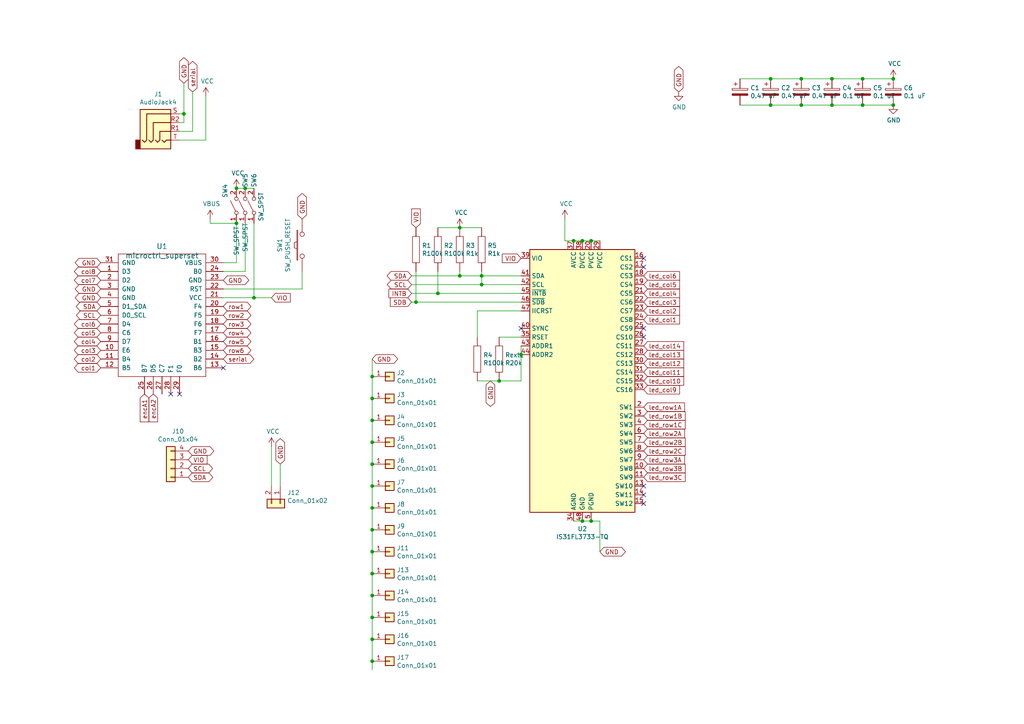
<source format=kicad_sch>
(kicad_sch
	(version 20250114)
	(generator "eeschema")
	(generator_version "9.0")
	(uuid "97581b9a-3f6b-4e88-8768-6fdb60e6aca6")
	(paper "A4")
	(lib_symbols
		(symbol "Connector:AudioJack4"
			(exclude_from_sim no)
			(in_bom yes)
			(on_board yes)
			(property "Reference" "J"
				(at 0 8.89 0)
				(effects
					(font
						(size 1.27 1.27)
					)
				)
			)
			(property "Value" "AudioJack4"
				(at 0 6.35 0)
				(effects
					(font
						(size 1.27 1.27)
					)
				)
			)
			(property "Footprint" ""
				(at 0 0 0)
				(effects
					(font
						(size 1.27 1.27)
					)
					(hide yes)
				)
			)
			(property "Datasheet" "~"
				(at 0 0 0)
				(effects
					(font
						(size 1.27 1.27)
					)
					(hide yes)
				)
			)
			(property "Description" "Audio Jack, 4 Poles (TRRS)"
				(at 0 0 0)
				(effects
					(font
						(size 1.27 1.27)
					)
					(hide yes)
				)
			)
			(property "ki_keywords" "audio jack receptacle stereo headphones TRRS connector"
				(at 0 0 0)
				(effects
					(font
						(size 1.27 1.27)
					)
					(hide yes)
				)
			)
			(property "ki_fp_filters" "Jack*"
				(at 0 0 0)
				(effects
					(font
						(size 1.27 1.27)
					)
					(hide yes)
				)
			)
			(symbol "AudioJack4_0_1"
				(rectangle
					(start -6.35 -5.08)
					(end -7.62 -7.62)
					(stroke
						(width 0.254)
						(type default)
					)
					(fill
						(type outline)
					)
				)
				(polyline
					(pts
						(xy -5.715 -5.08) (xy -5.08 -5.715) (xy -4.445 -5.08) (xy -4.445 2.54) (xy 2.54 2.54)
					)
					(stroke
						(width 0.254)
						(type default)
					)
					(fill
						(type none)
					)
				)
				(polyline
					(pts
						(xy -1.905 -5.08) (xy -1.27 -5.715) (xy -0.635 -5.08) (xy -0.635 -2.54) (xy 2.54 -2.54)
					)
					(stroke
						(width 0.254)
						(type default)
					)
					(fill
						(type none)
					)
				)
				(polyline
					(pts
						(xy 0 -5.08) (xy 0.635 -5.715) (xy 1.27 -5.08) (xy 2.54 -5.08)
					)
					(stroke
						(width 0.254)
						(type default)
					)
					(fill
						(type none)
					)
				)
				(rectangle
					(start 2.54 3.81)
					(end -6.35 -7.62)
					(stroke
						(width 0.254)
						(type default)
					)
					(fill
						(type background)
					)
				)
				(polyline
					(pts
						(xy 2.54 0) (xy -2.54 0) (xy -2.54 -5.08) (xy -3.175 -5.715) (xy -3.81 -5.08)
					)
					(stroke
						(width 0.254)
						(type default)
					)
					(fill
						(type none)
					)
				)
			)
			(symbol "AudioJack4_1_1"
				(pin passive line
					(at 5.08 2.54 180)
					(length 2.54)
					(name "~"
						(effects
							(font
								(size 1.27 1.27)
							)
						)
					)
					(number "S"
						(effects
							(font
								(size 1.27 1.27)
							)
						)
					)
				)
				(pin passive line
					(at 5.08 0 180)
					(length 2.54)
					(name "~"
						(effects
							(font
								(size 1.27 1.27)
							)
						)
					)
					(number "R2"
						(effects
							(font
								(size 1.27 1.27)
							)
						)
					)
				)
				(pin passive line
					(at 5.08 -2.54 180)
					(length 2.54)
					(name "~"
						(effects
							(font
								(size 1.27 1.27)
							)
						)
					)
					(number "R1"
						(effects
							(font
								(size 1.27 1.27)
							)
						)
					)
				)
				(pin passive line
					(at 5.08 -5.08 180)
					(length 2.54)
					(name "~"
						(effects
							(font
								(size 1.27 1.27)
							)
						)
					)
					(number "T"
						(effects
							(font
								(size 1.27 1.27)
							)
						)
					)
				)
			)
			(embedded_fonts no)
		)
		(symbol "Connector_Generic:Conn_01x01"
			(pin_names
				(offset 1.016)
				(hide yes)
			)
			(exclude_from_sim no)
			(in_bom yes)
			(on_board yes)
			(property "Reference" "J"
				(at 0 2.54 0)
				(effects
					(font
						(size 1.27 1.27)
					)
				)
			)
			(property "Value" "Conn_01x01"
				(at 0 -2.54 0)
				(effects
					(font
						(size 1.27 1.27)
					)
				)
			)
			(property "Footprint" ""
				(at 0 0 0)
				(effects
					(font
						(size 1.27 1.27)
					)
					(hide yes)
				)
			)
			(property "Datasheet" "~"
				(at 0 0 0)
				(effects
					(font
						(size 1.27 1.27)
					)
					(hide yes)
				)
			)
			(property "Description" "Generic connector, single row, 01x01, script generated (kicad-library-utils/schlib/autogen/connector/)"
				(at 0 0 0)
				(effects
					(font
						(size 1.27 1.27)
					)
					(hide yes)
				)
			)
			(property "ki_keywords" "connector"
				(at 0 0 0)
				(effects
					(font
						(size 1.27 1.27)
					)
					(hide yes)
				)
			)
			(property "ki_fp_filters" "Connector*:*_1x??_*"
				(at 0 0 0)
				(effects
					(font
						(size 1.27 1.27)
					)
					(hide yes)
				)
			)
			(symbol "Conn_01x01_1_1"
				(rectangle
					(start -1.27 1.27)
					(end 1.27 -1.27)
					(stroke
						(width 0.254)
						(type default)
					)
					(fill
						(type background)
					)
				)
				(rectangle
					(start -1.27 0.127)
					(end 0 -0.127)
					(stroke
						(width 0.1524)
						(type default)
					)
					(fill
						(type none)
					)
				)
				(pin passive line
					(at -5.08 0 0)
					(length 3.81)
					(name "Pin_1"
						(effects
							(font
								(size 1.27 1.27)
							)
						)
					)
					(number "1"
						(effects
							(font
								(size 1.27 1.27)
							)
						)
					)
				)
			)
			(embedded_fonts no)
		)
		(symbol "Connector_Generic:Conn_01x02"
			(pin_names
				(offset 1.016)
				(hide yes)
			)
			(exclude_from_sim no)
			(in_bom yes)
			(on_board yes)
			(property "Reference" "J"
				(at 0 2.54 0)
				(effects
					(font
						(size 1.27 1.27)
					)
				)
			)
			(property "Value" "Conn_01x02"
				(at 0 -5.08 0)
				(effects
					(font
						(size 1.27 1.27)
					)
				)
			)
			(property "Footprint" ""
				(at 0 0 0)
				(effects
					(font
						(size 1.27 1.27)
					)
					(hide yes)
				)
			)
			(property "Datasheet" "~"
				(at 0 0 0)
				(effects
					(font
						(size 1.27 1.27)
					)
					(hide yes)
				)
			)
			(property "Description" "Generic connector, single row, 01x02, script generated (kicad-library-utils/schlib/autogen/connector/)"
				(at 0 0 0)
				(effects
					(font
						(size 1.27 1.27)
					)
					(hide yes)
				)
			)
			(property "ki_keywords" "connector"
				(at 0 0 0)
				(effects
					(font
						(size 1.27 1.27)
					)
					(hide yes)
				)
			)
			(property "ki_fp_filters" "Connector*:*_1x??_*"
				(at 0 0 0)
				(effects
					(font
						(size 1.27 1.27)
					)
					(hide yes)
				)
			)
			(symbol "Conn_01x02_1_1"
				(rectangle
					(start -1.27 1.27)
					(end 1.27 -3.81)
					(stroke
						(width 0.254)
						(type default)
					)
					(fill
						(type background)
					)
				)
				(rectangle
					(start -1.27 0.127)
					(end 0 -0.127)
					(stroke
						(width 0.1524)
						(type default)
					)
					(fill
						(type none)
					)
				)
				(rectangle
					(start -1.27 -2.413)
					(end 0 -2.667)
					(stroke
						(width 0.1524)
						(type default)
					)
					(fill
						(type none)
					)
				)
				(pin passive line
					(at -5.08 0 0)
					(length 3.81)
					(name "Pin_1"
						(effects
							(font
								(size 1.27 1.27)
							)
						)
					)
					(number "1"
						(effects
							(font
								(size 1.27 1.27)
							)
						)
					)
				)
				(pin passive line
					(at -5.08 -2.54 0)
					(length 3.81)
					(name "Pin_2"
						(effects
							(font
								(size 1.27 1.27)
							)
						)
					)
					(number "2"
						(effects
							(font
								(size 1.27 1.27)
							)
						)
					)
				)
			)
			(embedded_fonts no)
		)
		(symbol "Connector_Generic:Conn_01x04"
			(pin_names
				(offset 1.016)
				(hide yes)
			)
			(exclude_from_sim no)
			(in_bom yes)
			(on_board yes)
			(property "Reference" "J"
				(at 0 5.08 0)
				(effects
					(font
						(size 1.27 1.27)
					)
				)
			)
			(property "Value" "Conn_01x04"
				(at 0 -7.62 0)
				(effects
					(font
						(size 1.27 1.27)
					)
				)
			)
			(property "Footprint" ""
				(at 0 0 0)
				(effects
					(font
						(size 1.27 1.27)
					)
					(hide yes)
				)
			)
			(property "Datasheet" "~"
				(at 0 0 0)
				(effects
					(font
						(size 1.27 1.27)
					)
					(hide yes)
				)
			)
			(property "Description" "Generic connector, single row, 01x04, script generated (kicad-library-utils/schlib/autogen/connector/)"
				(at 0 0 0)
				(effects
					(font
						(size 1.27 1.27)
					)
					(hide yes)
				)
			)
			(property "ki_keywords" "connector"
				(at 0 0 0)
				(effects
					(font
						(size 1.27 1.27)
					)
					(hide yes)
				)
			)
			(property "ki_fp_filters" "Connector*:*_1x??_*"
				(at 0 0 0)
				(effects
					(font
						(size 1.27 1.27)
					)
					(hide yes)
				)
			)
			(symbol "Conn_01x04_1_1"
				(rectangle
					(start -1.27 3.81)
					(end 1.27 -6.35)
					(stroke
						(width 0.254)
						(type default)
					)
					(fill
						(type background)
					)
				)
				(rectangle
					(start -1.27 2.667)
					(end 0 2.413)
					(stroke
						(width 0.1524)
						(type default)
					)
					(fill
						(type none)
					)
				)
				(rectangle
					(start -1.27 0.127)
					(end 0 -0.127)
					(stroke
						(width 0.1524)
						(type default)
					)
					(fill
						(type none)
					)
				)
				(rectangle
					(start -1.27 -2.413)
					(end 0 -2.667)
					(stroke
						(width 0.1524)
						(type default)
					)
					(fill
						(type none)
					)
				)
				(rectangle
					(start -1.27 -4.953)
					(end 0 -5.207)
					(stroke
						(width 0.1524)
						(type default)
					)
					(fill
						(type none)
					)
				)
				(pin passive line
					(at -5.08 2.54 0)
					(length 3.81)
					(name "Pin_1"
						(effects
							(font
								(size 1.27 1.27)
							)
						)
					)
					(number "1"
						(effects
							(font
								(size 1.27 1.27)
							)
						)
					)
				)
				(pin passive line
					(at -5.08 0 0)
					(length 3.81)
					(name "Pin_2"
						(effects
							(font
								(size 1.27 1.27)
							)
						)
					)
					(number "2"
						(effects
							(font
								(size 1.27 1.27)
							)
						)
					)
				)
				(pin passive line
					(at -5.08 -2.54 0)
					(length 3.81)
					(name "Pin_3"
						(effects
							(font
								(size 1.27 1.27)
							)
						)
					)
					(number "3"
						(effects
							(font
								(size 1.27 1.27)
							)
						)
					)
				)
				(pin passive line
					(at -5.08 -5.08 0)
					(length 3.81)
					(name "Pin_4"
						(effects
							(font
								(size 1.27 1.27)
							)
						)
					)
					(number "4"
						(effects
							(font
								(size 1.27 1.27)
							)
						)
					)
				)
			)
			(embedded_fonts no)
		)
		(symbol "Device:CP"
			(pin_numbers
				(hide yes)
			)
			(pin_names
				(offset 0.254)
			)
			(exclude_from_sim no)
			(in_bom yes)
			(on_board yes)
			(property "Reference" "C"
				(at 0.635 2.54 0)
				(effects
					(font
						(size 1.27 1.27)
					)
					(justify left)
				)
			)
			(property "Value" "Device_CP"
				(at 0.635 -2.54 0)
				(effects
					(font
						(size 1.27 1.27)
					)
					(justify left)
				)
			)
			(property "Footprint" ""
				(at 0.9652 -3.81 0)
				(effects
					(font
						(size 1.27 1.27)
					)
					(hide yes)
				)
			)
			(property "Datasheet" ""
				(at 0 0 0)
				(effects
					(font
						(size 1.27 1.27)
					)
					(hide yes)
				)
			)
			(property "Description" ""
				(at 0 0 0)
				(effects
					(font
						(size 1.27 1.27)
					)
					(hide yes)
				)
			)
			(property "ki_fp_filters" "CP_*"
				(at 0 0 0)
				(effects
					(font
						(size 1.27 1.27)
					)
					(hide yes)
				)
			)
			(symbol "CP_0_1"
				(rectangle
					(start -2.286 0.508)
					(end 2.286 1.016)
					(stroke
						(width 0)
						(type default)
					)
					(fill
						(type none)
					)
				)
				(polyline
					(pts
						(xy -1.778 2.286) (xy -0.762 2.286)
					)
					(stroke
						(width 0)
						(type default)
					)
					(fill
						(type none)
					)
				)
				(polyline
					(pts
						(xy -1.27 2.794) (xy -1.27 1.778)
					)
					(stroke
						(width 0)
						(type default)
					)
					(fill
						(type none)
					)
				)
				(rectangle
					(start 2.286 -0.508)
					(end -2.286 -1.016)
					(stroke
						(width 0)
						(type default)
					)
					(fill
						(type outline)
					)
				)
			)
			(symbol "CP_1_1"
				(pin passive line
					(at 0 3.81 270)
					(length 2.794)
					(name "~"
						(effects
							(font
								(size 1.27 1.27)
							)
						)
					)
					(number "1"
						(effects
							(font
								(size 1.27 1.27)
							)
						)
					)
				)
				(pin passive line
					(at 0 -3.81 90)
					(length 2.794)
					(name "~"
						(effects
							(font
								(size 1.27 1.27)
							)
						)
					)
					(number "2"
						(effects
							(font
								(size 1.27 1.27)
							)
						)
					)
				)
			)
			(embedded_fonts no)
		)
		(symbol "Driver_LED:IS31FL3733-TQ"
			(exclude_from_sim no)
			(in_bom yes)
			(on_board yes)
			(property "Reference" "U"
				(at 0 1.27 0)
				(effects
					(font
						(size 1.27 1.27)
					)
				)
			)
			(property "Value" "IS31FL3733-TQ"
				(at 0 -1.27 0)
				(effects
					(font
						(size 1.27 1.27)
					)
				)
			)
			(property "Footprint" "Package_QFP:TQFP-48-1EP_7x7mm_P0.5mm_EP5x5mm"
				(at 0 0 0)
				(effects
					(font
						(size 1.27 1.27)
					)
					(hide yes)
				)
			)
			(property "Datasheet" "http://www.issi.com/WW/pdf/IS31FL3733.pdf"
				(at 0 0 0)
				(effects
					(font
						(size 1.27 1.27)
					)
					(hide yes)
				)
			)
			(property "Description" "12x16 LED matrix driver with 8-bit PWM and breathing, TQFP-48"
				(at 0 0 0)
				(effects
					(font
						(size 1.27 1.27)
					)
					(hide yes)
				)
			)
			(property "ki_keywords" "led matrix pwm"
				(at 0 0 0)
				(effects
					(font
						(size 1.27 1.27)
					)
					(hide yes)
				)
			)
			(property "ki_fp_filters" "TQFP*1EP*7x7mm*P0.5mm*"
				(at 0 0 0)
				(effects
					(font
						(size 1.27 1.27)
					)
					(hide yes)
				)
			)
			(symbol "IS31FL3733-TQ_0_1"
				(rectangle
					(start -15.24 38.1)
					(end 15.24 -38.1)
					(stroke
						(width 0.254)
						(type default)
					)
					(fill
						(type background)
					)
				)
			)
			(symbol "IS31FL3733-TQ_1_1"
				(pin input line
					(at -17.78 35.56 0)
					(length 2.54)
					(name "VIO"
						(effects
							(font
								(size 1.27 1.27)
							)
						)
					)
					(number "39"
						(effects
							(font
								(size 1.27 1.27)
							)
						)
					)
				)
				(pin bidirectional line
					(at -17.78 30.48 0)
					(length 2.54)
					(name "SDA"
						(effects
							(font
								(size 1.27 1.27)
							)
						)
					)
					(number "41"
						(effects
							(font
								(size 1.27 1.27)
							)
						)
					)
				)
				(pin input line
					(at -17.78 27.94 0)
					(length 2.54)
					(name "SCL"
						(effects
							(font
								(size 1.27 1.27)
							)
						)
					)
					(number "42"
						(effects
							(font
								(size 1.27 1.27)
							)
						)
					)
				)
				(pin open_collector line
					(at -17.78 25.4 0)
					(length 2.54)
					(name "~{INTB}"
						(effects
							(font
								(size 1.27 1.27)
							)
						)
					)
					(number "45"
						(effects
							(font
								(size 1.27 1.27)
							)
						)
					)
				)
				(pin input line
					(at -17.78 22.86 0)
					(length 2.54)
					(name "~{SDB}"
						(effects
							(font
								(size 1.27 1.27)
							)
						)
					)
					(number "46"
						(effects
							(font
								(size 1.27 1.27)
							)
						)
					)
				)
				(pin input line
					(at -17.78 20.32 0)
					(length 2.54)
					(name "IICRST"
						(effects
							(font
								(size 1.27 1.27)
							)
						)
					)
					(number "47"
						(effects
							(font
								(size 1.27 1.27)
							)
						)
					)
				)
				(pin input line
					(at -17.78 15.24 0)
					(length 2.54)
					(name "SYNC"
						(effects
							(font
								(size 1.27 1.27)
							)
						)
					)
					(number "40"
						(effects
							(font
								(size 1.27 1.27)
							)
						)
					)
				)
				(pin passive line
					(at -17.78 12.7 0)
					(length 2.54)
					(name "RSET"
						(effects
							(font
								(size 1.27 1.27)
							)
						)
					)
					(number "35"
						(effects
							(font
								(size 1.27 1.27)
							)
						)
					)
				)
				(pin input line
					(at -17.78 10.16 0)
					(length 2.54)
					(name "ADDR1"
						(effects
							(font
								(size 1.27 1.27)
							)
						)
					)
					(number "43"
						(effects
							(font
								(size 1.27 1.27)
							)
						)
					)
				)
				(pin input line
					(at -17.78 7.62 0)
					(length 2.54)
					(name "ADDR2"
						(effects
							(font
								(size 1.27 1.27)
							)
						)
					)
					(number "44"
						(effects
							(font
								(size 1.27 1.27)
							)
						)
					)
				)
				(pin no_connect line
					(at -15.24 -33.02 0)
					(length 2.54)
					(hide yes)
					(name "NC"
						(effects
							(font
								(size 1.27 1.27)
							)
						)
					)
					(number "1"
						(effects
							(font
								(size 1.27 1.27)
							)
						)
					)
				)
				(pin no_connect line
					(at -15.24 -35.56 0)
					(length 2.54)
					(hide yes)
					(name "NC"
						(effects
							(font
								(size 1.27 1.27)
							)
						)
					)
					(number "36"
						(effects
							(font
								(size 1.27 1.27)
							)
						)
					)
				)
				(pin power_in line
					(at -2.54 40.64 270)
					(length 2.54)
					(name "AVCC"
						(effects
							(font
								(size 1.27 1.27)
							)
						)
					)
					(number "37"
						(effects
							(font
								(size 1.27 1.27)
							)
						)
					)
				)
				(pin power_in line
					(at -2.54 -40.64 90)
					(length 2.54)
					(name "AGND"
						(effects
							(font
								(size 1.27 1.27)
							)
						)
					)
					(number "34"
						(effects
							(font
								(size 1.27 1.27)
							)
						)
					)
				)
				(pin power_in line
					(at 0 40.64 270)
					(length 2.54)
					(name "DVCC"
						(effects
							(font
								(size 1.27 1.27)
							)
						)
					)
					(number "38"
						(effects
							(font
								(size 1.27 1.27)
							)
						)
					)
				)
				(pin power_in line
					(at 0 -40.64 90)
					(length 2.54)
					(name "GND"
						(effects
							(font
								(size 1.27 1.27)
							)
						)
					)
					(number "48"
						(effects
							(font
								(size 1.27 1.27)
							)
						)
					)
				)
				(pin passive line
					(at 0 -40.64 90)
					(length 2.54)
					(hide yes)
					(name "GND"
						(effects
							(font
								(size 1.27 1.27)
							)
						)
					)
					(number "49"
						(effects
							(font
								(size 1.27 1.27)
							)
						)
					)
				)
				(pin power_in line
					(at 2.54 40.64 270)
					(length 2.54)
					(name "PVCC"
						(effects
							(font
								(size 1.27 1.27)
							)
						)
					)
					(number "20"
						(effects
							(font
								(size 1.27 1.27)
							)
						)
					)
				)
				(pin passive line
					(at 2.54 -40.64 90)
					(length 2.54)
					(hide yes)
					(name "PGND"
						(effects
							(font
								(size 1.27 1.27)
							)
						)
					)
					(number "12"
						(effects
							(font
								(size 1.27 1.27)
							)
						)
					)
				)
				(pin power_in line
					(at 2.54 -40.64 90)
					(length 2.54)
					(name "PGND"
						(effects
							(font
								(size 1.27 1.27)
							)
						)
					)
					(number "5"
						(effects
							(font
								(size 1.27 1.27)
							)
						)
					)
				)
				(pin power_in line
					(at 5.08 40.64 270)
					(length 2.54)
					(name "PVCC"
						(effects
							(font
								(size 1.27 1.27)
							)
						)
					)
					(number "29"
						(effects
							(font
								(size 1.27 1.27)
							)
						)
					)
				)
				(pin output line
					(at 17.78 35.56 180)
					(length 2.54)
					(name "CS1"
						(effects
							(font
								(size 1.27 1.27)
							)
						)
					)
					(number "16"
						(effects
							(font
								(size 1.27 1.27)
							)
						)
					)
				)
				(pin output line
					(at 17.78 33.02 180)
					(length 2.54)
					(name "CS2"
						(effects
							(font
								(size 1.27 1.27)
							)
						)
					)
					(number "17"
						(effects
							(font
								(size 1.27 1.27)
							)
						)
					)
				)
				(pin output line
					(at 17.78 30.48 180)
					(length 2.54)
					(name "CS3"
						(effects
							(font
								(size 1.27 1.27)
							)
						)
					)
					(number "18"
						(effects
							(font
								(size 1.27 1.27)
							)
						)
					)
				)
				(pin output line
					(at 17.78 27.94 180)
					(length 2.54)
					(name "CS4"
						(effects
							(font
								(size 1.27 1.27)
							)
						)
					)
					(number "19"
						(effects
							(font
								(size 1.27 1.27)
							)
						)
					)
				)
				(pin output line
					(at 17.78 25.4 180)
					(length 2.54)
					(name "CS5"
						(effects
							(font
								(size 1.27 1.27)
							)
						)
					)
					(number "21"
						(effects
							(font
								(size 1.27 1.27)
							)
						)
					)
				)
				(pin output line
					(at 17.78 22.86 180)
					(length 2.54)
					(name "CS6"
						(effects
							(font
								(size 1.27 1.27)
							)
						)
					)
					(number "22"
						(effects
							(font
								(size 1.27 1.27)
							)
						)
					)
				)
				(pin output line
					(at 17.78 20.32 180)
					(length 2.54)
					(name "CS7"
						(effects
							(font
								(size 1.27 1.27)
							)
						)
					)
					(number "23"
						(effects
							(font
								(size 1.27 1.27)
							)
						)
					)
				)
				(pin output line
					(at 17.78 17.78 180)
					(length 2.54)
					(name "CS8"
						(effects
							(font
								(size 1.27 1.27)
							)
						)
					)
					(number "24"
						(effects
							(font
								(size 1.27 1.27)
							)
						)
					)
				)
				(pin output line
					(at 17.78 15.24 180)
					(length 2.54)
					(name "CS9"
						(effects
							(font
								(size 1.27 1.27)
							)
						)
					)
					(number "25"
						(effects
							(font
								(size 1.27 1.27)
							)
						)
					)
				)
				(pin output line
					(at 17.78 12.7 180)
					(length 2.54)
					(name "CS10"
						(effects
							(font
								(size 1.27 1.27)
							)
						)
					)
					(number "26"
						(effects
							(font
								(size 1.27 1.27)
							)
						)
					)
				)
				(pin output line
					(at 17.78 10.16 180)
					(length 2.54)
					(name "CS11"
						(effects
							(font
								(size 1.27 1.27)
							)
						)
					)
					(number "27"
						(effects
							(font
								(size 1.27 1.27)
							)
						)
					)
				)
				(pin output line
					(at 17.78 7.62 180)
					(length 2.54)
					(name "CS12"
						(effects
							(font
								(size 1.27 1.27)
							)
						)
					)
					(number "28"
						(effects
							(font
								(size 1.27 1.27)
							)
						)
					)
				)
				(pin output line
					(at 17.78 5.08 180)
					(length 2.54)
					(name "CS13"
						(effects
							(font
								(size 1.27 1.27)
							)
						)
					)
					(number "30"
						(effects
							(font
								(size 1.27 1.27)
							)
						)
					)
				)
				(pin output line
					(at 17.78 2.54 180)
					(length 2.54)
					(name "CS14"
						(effects
							(font
								(size 1.27 1.27)
							)
						)
					)
					(number "31"
						(effects
							(font
								(size 1.27 1.27)
							)
						)
					)
				)
				(pin output line
					(at 17.78 0 180)
					(length 2.54)
					(name "CS15"
						(effects
							(font
								(size 1.27 1.27)
							)
						)
					)
					(number "32"
						(effects
							(font
								(size 1.27 1.27)
							)
						)
					)
				)
				(pin output line
					(at 17.78 -2.54 180)
					(length 2.54)
					(name "CS16"
						(effects
							(font
								(size 1.27 1.27)
							)
						)
					)
					(number "33"
						(effects
							(font
								(size 1.27 1.27)
							)
						)
					)
				)
				(pin input line
					(at 17.78 -7.62 180)
					(length 2.54)
					(name "SW1"
						(effects
							(font
								(size 1.27 1.27)
							)
						)
					)
					(number "2"
						(effects
							(font
								(size 1.27 1.27)
							)
						)
					)
				)
				(pin input line
					(at 17.78 -10.16 180)
					(length 2.54)
					(name "SW2"
						(effects
							(font
								(size 1.27 1.27)
							)
						)
					)
					(number "3"
						(effects
							(font
								(size 1.27 1.27)
							)
						)
					)
				)
				(pin input line
					(at 17.78 -12.7 180)
					(length 2.54)
					(name "SW3"
						(effects
							(font
								(size 1.27 1.27)
							)
						)
					)
					(number "4"
						(effects
							(font
								(size 1.27 1.27)
							)
						)
					)
				)
				(pin input line
					(at 17.78 -15.24 180)
					(length 2.54)
					(name "SW4"
						(effects
							(font
								(size 1.27 1.27)
							)
						)
					)
					(number "6"
						(effects
							(font
								(size 1.27 1.27)
							)
						)
					)
				)
				(pin input line
					(at 17.78 -17.78 180)
					(length 2.54)
					(name "SW5"
						(effects
							(font
								(size 1.27 1.27)
							)
						)
					)
					(number "7"
						(effects
							(font
								(size 1.27 1.27)
							)
						)
					)
				)
				(pin input line
					(at 17.78 -20.32 180)
					(length 2.54)
					(name "SW6"
						(effects
							(font
								(size 1.27 1.27)
							)
						)
					)
					(number "8"
						(effects
							(font
								(size 1.27 1.27)
							)
						)
					)
				)
				(pin input line
					(at 17.78 -22.86 180)
					(length 2.54)
					(name "SW7"
						(effects
							(font
								(size 1.27 1.27)
							)
						)
					)
					(number "9"
						(effects
							(font
								(size 1.27 1.27)
							)
						)
					)
				)
				(pin input line
					(at 17.78 -25.4 180)
					(length 2.54)
					(name "SW8"
						(effects
							(font
								(size 1.27 1.27)
							)
						)
					)
					(number "10"
						(effects
							(font
								(size 1.27 1.27)
							)
						)
					)
				)
				(pin input line
					(at 17.78 -27.94 180)
					(length 2.54)
					(name "SW9"
						(effects
							(font
								(size 1.27 1.27)
							)
						)
					)
					(number "11"
						(effects
							(font
								(size 1.27 1.27)
							)
						)
					)
				)
				(pin input line
					(at 17.78 -30.48 180)
					(length 2.54)
					(name "SW10"
						(effects
							(font
								(size 1.27 1.27)
							)
						)
					)
					(number "13"
						(effects
							(font
								(size 1.27 1.27)
							)
						)
					)
				)
				(pin input line
					(at 17.78 -33.02 180)
					(length 2.54)
					(name "SW11"
						(effects
							(font
								(size 1.27 1.27)
							)
						)
					)
					(number "14"
						(effects
							(font
								(size 1.27 1.27)
							)
						)
					)
				)
				(pin input line
					(at 17.78 -35.56 180)
					(length 2.54)
					(name "SW12"
						(effects
							(font
								(size 1.27 1.27)
							)
						)
					)
					(number "15"
						(effects
							(font
								(size 1.27 1.27)
							)
						)
					)
				)
			)
			(embedded_fonts no)
		)
		(symbol "Switch:SW_SPST"
			(pin_names
				(offset 0)
				(hide yes)
			)
			(exclude_from_sim no)
			(in_bom yes)
			(on_board yes)
			(property "Reference" "SW"
				(at 0 3.175 0)
				(effects
					(font
						(size 1.27 1.27)
					)
				)
			)
			(property "Value" "SW_SPST"
				(at 0 -2.54 0)
				(effects
					(font
						(size 1.27 1.27)
					)
				)
			)
			(property "Footprint" ""
				(at 0 0 0)
				(effects
					(font
						(size 1.27 1.27)
					)
					(hide yes)
				)
			)
			(property "Datasheet" "~"
				(at 0 0 0)
				(effects
					(font
						(size 1.27 1.27)
					)
					(hide yes)
				)
			)
			(property "Description" "Single Pole Single Throw (SPST) switch"
				(at 0 0 0)
				(effects
					(font
						(size 1.27 1.27)
					)
					(hide yes)
				)
			)
			(property "ki_keywords" "switch lever"
				(at 0 0 0)
				(effects
					(font
						(size 1.27 1.27)
					)
					(hide yes)
				)
			)
			(symbol "SW_SPST_0_0"
				(circle
					(center -2.032 0)
					(radius 0.508)
					(stroke
						(width 0)
						(type default)
					)
					(fill
						(type none)
					)
				)
				(polyline
					(pts
						(xy -1.524 0.254) (xy 1.524 1.778)
					)
					(stroke
						(width 0)
						(type default)
					)
					(fill
						(type none)
					)
				)
				(circle
					(center 2.032 0)
					(radius 0.508)
					(stroke
						(width 0)
						(type default)
					)
					(fill
						(type none)
					)
				)
			)
			(symbol "SW_SPST_1_1"
				(pin passive line
					(at -5.08 0 0)
					(length 2.54)
					(name "A"
						(effects
							(font
								(size 1.27 1.27)
							)
						)
					)
					(number "1"
						(effects
							(font
								(size 1.27 1.27)
							)
						)
					)
				)
				(pin passive line
					(at 5.08 0 180)
					(length 2.54)
					(name "B"
						(effects
							(font
								(size 1.27 1.27)
							)
						)
					)
					(number "2"
						(effects
							(font
								(size 1.27 1.27)
							)
						)
					)
				)
			)
			(embedded_fonts no)
		)
		(symbol "keyboard_parts:SW_PUSH"
			(pin_numbers
				(hide yes)
			)
			(pin_names
				(offset 1.016)
				(hide yes)
			)
			(exclude_from_sim no)
			(in_bom yes)
			(on_board yes)
			(property "Reference" "SW"
				(at 3.81 2.794 0)
				(effects
					(font
						(size 1.27 1.27)
					)
				)
			)
			(property "Value" "keyboard_parts_SW_PUSH"
				(at 0 -2.032 0)
				(effects
					(font
						(size 1.27 1.27)
					)
				)
			)
			(property "Footprint" ""
				(at 0 0 0)
				(effects
					(font
						(size 1.524 1.524)
					)
				)
			)
			(property "Datasheet" ""
				(at 0 0 0)
				(effects
					(font
						(size 1.524 1.524)
					)
				)
			)
			(property "Description" ""
				(at 0 0 0)
				(effects
					(font
						(size 1.27 1.27)
					)
					(hide yes)
				)
			)
			(symbol "SW_PUSH_0_1"
				(rectangle
					(start -4.318 1.27)
					(end 4.318 1.524)
					(stroke
						(width 0)
						(type default)
					)
					(fill
						(type none)
					)
				)
				(polyline
					(pts
						(xy -1.016 1.524) (xy -0.762 2.286) (xy 0.762 2.286) (xy 1.016 1.524)
					)
					(stroke
						(width 0)
						(type default)
					)
					(fill
						(type none)
					)
				)
				(pin passive inverted
					(at -7.62 0 0)
					(length 5.08)
					(name "1"
						(effects
							(font
								(size 1.524 1.524)
							)
						)
					)
					(number "1"
						(effects
							(font
								(size 1.524 1.524)
							)
						)
					)
				)
				(pin passive inverted
					(at 7.62 0 180)
					(length 5.08)
					(name "2"
						(effects
							(font
								(size 1.524 1.524)
							)
						)
					)
					(number "2"
						(effects
							(font
								(size 1.524 1.524)
							)
						)
					)
				)
			)
			(embedded_fonts no)
		)
		(symbol "power:GND"
			(power)
			(pin_names
				(offset 0)
			)
			(exclude_from_sim no)
			(in_bom yes)
			(on_board yes)
			(property "Reference" "#PWR"
				(at 0 -6.35 0)
				(effects
					(font
						(size 1.27 1.27)
					)
					(hide yes)
				)
			)
			(property "Value" "GND"
				(at 0 -3.81 0)
				(effects
					(font
						(size 1.27 1.27)
					)
				)
			)
			(property "Footprint" ""
				(at 0 0 0)
				(effects
					(font
						(size 1.27 1.27)
					)
					(hide yes)
				)
			)
			(property "Datasheet" ""
				(at 0 0 0)
				(effects
					(font
						(size 1.27 1.27)
					)
					(hide yes)
				)
			)
			(property "Description" "Power symbol creates a global label with name \"GND\" , ground"
				(at 0 0 0)
				(effects
					(font
						(size 1.27 1.27)
					)
					(hide yes)
				)
			)
			(property "ki_keywords" "power-flag"
				(at 0 0 0)
				(effects
					(font
						(size 1.27 1.27)
					)
					(hide yes)
				)
			)
			(symbol "GND_0_1"
				(polyline
					(pts
						(xy 0 0) (xy 0 -1.27) (xy 1.27 -1.27) (xy 0 -2.54) (xy -1.27 -1.27) (xy 0 -1.27)
					)
					(stroke
						(width 0)
						(type default)
					)
					(fill
						(type none)
					)
				)
			)
			(symbol "GND_1_1"
				(pin power_in line
					(at 0 0 270)
					(length 0)
					(hide yes)
					(name "GND"
						(effects
							(font
								(size 1.27 1.27)
							)
						)
					)
					(number "1"
						(effects
							(font
								(size 1.27 1.27)
							)
						)
					)
				)
			)
			(embedded_fonts no)
		)
		(symbol "power:VBUS"
			(power)
			(pin_names
				(offset 0)
			)
			(exclude_from_sim no)
			(in_bom yes)
			(on_board yes)
			(property "Reference" "#PWR"
				(at 0 -3.81 0)
				(effects
					(font
						(size 1.27 1.27)
					)
					(hide yes)
				)
			)
			(property "Value" "VBUS"
				(at 0 3.81 0)
				(effects
					(font
						(size 1.27 1.27)
					)
				)
			)
			(property "Footprint" ""
				(at 0 0 0)
				(effects
					(font
						(size 1.27 1.27)
					)
					(hide yes)
				)
			)
			(property "Datasheet" ""
				(at 0 0 0)
				(effects
					(font
						(size 1.27 1.27)
					)
					(hide yes)
				)
			)
			(property "Description" "Power symbol creates a global label with name \"VBUS\""
				(at 0 0 0)
				(effects
					(font
						(size 1.27 1.27)
					)
					(hide yes)
				)
			)
			(property "ki_keywords" "power-flag"
				(at 0 0 0)
				(effects
					(font
						(size 1.27 1.27)
					)
					(hide yes)
				)
			)
			(symbol "VBUS_0_1"
				(polyline
					(pts
						(xy -0.762 1.27) (xy 0 2.54)
					)
					(stroke
						(width 0)
						(type default)
					)
					(fill
						(type none)
					)
				)
				(polyline
					(pts
						(xy 0 2.54) (xy 0.762 1.27)
					)
					(stroke
						(width 0)
						(type default)
					)
					(fill
						(type none)
					)
				)
				(polyline
					(pts
						(xy 0 0) (xy 0 2.54)
					)
					(stroke
						(width 0)
						(type default)
					)
					(fill
						(type none)
					)
				)
			)
			(symbol "VBUS_1_1"
				(pin power_in line
					(at 0 0 90)
					(length 0)
					(hide yes)
					(name "VBUS"
						(effects
							(font
								(size 1.27 1.27)
							)
						)
					)
					(number "1"
						(effects
							(font
								(size 1.27 1.27)
							)
						)
					)
				)
			)
			(embedded_fonts no)
		)
		(symbol "power:VCC"
			(power)
			(pin_names
				(offset 0)
			)
			(exclude_from_sim no)
			(in_bom yes)
			(on_board yes)
			(property "Reference" "#PWR"
				(at 0 -3.81 0)
				(effects
					(font
						(size 1.27 1.27)
					)
					(hide yes)
				)
			)
			(property "Value" "VCC"
				(at 0 3.81 0)
				(effects
					(font
						(size 1.27 1.27)
					)
				)
			)
			(property "Footprint" ""
				(at 0 0 0)
				(effects
					(font
						(size 1.27 1.27)
					)
					(hide yes)
				)
			)
			(property "Datasheet" ""
				(at 0 0 0)
				(effects
					(font
						(size 1.27 1.27)
					)
					(hide yes)
				)
			)
			(property "Description" "Power symbol creates a global label with name \"VCC\""
				(at 0 0 0)
				(effects
					(font
						(size 1.27 1.27)
					)
					(hide yes)
				)
			)
			(property "ki_keywords" "power-flag"
				(at 0 0 0)
				(effects
					(font
						(size 1.27 1.27)
					)
					(hide yes)
				)
			)
			(symbol "VCC_0_1"
				(polyline
					(pts
						(xy -0.762 1.27) (xy 0 2.54)
					)
					(stroke
						(width 0)
						(type default)
					)
					(fill
						(type none)
					)
				)
				(polyline
					(pts
						(xy 0 2.54) (xy 0.762 1.27)
					)
					(stroke
						(width 0)
						(type default)
					)
					(fill
						(type none)
					)
				)
				(polyline
					(pts
						(xy 0 0) (xy 0 2.54)
					)
					(stroke
						(width 0)
						(type default)
					)
					(fill
						(type none)
					)
				)
			)
			(symbol "VCC_1_1"
				(pin power_in line
					(at 0 0 90)
					(length 0)
					(hide yes)
					(name "VCC"
						(effects
							(font
								(size 1.27 1.27)
							)
						)
					)
					(number "1"
						(effects
							(font
								(size 1.27 1.27)
							)
						)
					)
				)
			)
			(embedded_fonts no)
		)
		(symbol "pspice:R"
			(pin_numbers
				(hide yes)
			)
			(pin_names
				(offset 0)
			)
			(exclude_from_sim no)
			(in_bom yes)
			(on_board yes)
			(property "Reference" "R"
				(at 2.032 0 90)
				(effects
					(font
						(size 1.27 1.27)
					)
				)
			)
			(property "Value" "R"
				(at 0 0 90)
				(effects
					(font
						(size 1.27 1.27)
					)
				)
			)
			(property "Footprint" ""
				(at 0 0 0)
				(effects
					(font
						(size 1.27 1.27)
					)
					(hide yes)
				)
			)
			(property "Datasheet" "~"
				(at 0 0 0)
				(effects
					(font
						(size 1.27 1.27)
					)
					(hide yes)
				)
			)
			(property "Description" "Resistor symbol for simulation only"
				(at 0 0 0)
				(effects
					(font
						(size 1.27 1.27)
					)
					(hide yes)
				)
			)
			(property "ki_keywords" "resistor simulation"
				(at 0 0 0)
				(effects
					(font
						(size 1.27 1.27)
					)
					(hide yes)
				)
			)
			(symbol "R_0_1"
				(rectangle
					(start -1.016 3.81)
					(end 1.016 -3.81)
					(stroke
						(width 0)
						(type default)
					)
					(fill
						(type none)
					)
				)
			)
			(symbol "R_1_1"
				(pin passive line
					(at 0 6.35 270)
					(length 2.54)
					(name "~"
						(effects
							(font
								(size 1.27 1.27)
							)
						)
					)
					(number "1"
						(effects
							(font
								(size 1.27 1.27)
							)
						)
					)
				)
				(pin passive line
					(at 0 -6.35 90)
					(length 2.54)
					(name "~"
						(effects
							(font
								(size 1.27 1.27)
							)
						)
					)
					(number "2"
						(effects
							(font
								(size 1.27 1.27)
							)
						)
					)
				)
			)
			(embedded_fonts no)
		)
		(symbol "vladkvit_keyb:microctrl_superset"
			(pin_names
				(offset 1.016)
			)
			(exclude_from_sim no)
			(in_bom yes)
			(on_board yes)
			(property "Reference" "U"
				(at 0 26.67 0)
				(effects
					(font
						(size 1.524 1.524)
					)
				)
			)
			(property "Value" "microctrl_superset"
				(at 0 -5.08 0)
				(effects
					(font
						(size 1.524 1.524)
					)
				)
			)
			(property "Footprint" ""
				(at -3.81 -15.24 90)
				(effects
					(font
						(size 1.524 1.524)
					)
				)
			)
			(property "Datasheet" ""
				(at -3.81 -15.24 90)
				(effects
					(font
						(size 1.524 1.524)
					)
				)
			)
			(property "Description" ""
				(at 0 0 0)
				(effects
					(font
						(size 1.27 1.27)
					)
					(hide yes)
				)
			)
			(symbol "microctrl_superset_0_1"
				(rectangle
					(start -12.7 24.13)
					(end 12.7 -11.43)
					(stroke
						(width 0)
						(type default)
					)
					(fill
						(type none)
					)
				)
			)
			(symbol "microctrl_superset_1_1"
				(pin power_in line
					(at -17.78 21.59 0)
					(length 5.08)
					(name "GND"
						(effects
							(font
								(size 1.27 1.27)
							)
						)
					)
					(number "31"
						(effects
							(font
								(size 1.27 1.27)
							)
						)
					)
				)
				(pin bidirectional line
					(at -17.78 19.05 0)
					(length 5.08)
					(name "D3"
						(effects
							(font
								(size 1.27 1.27)
							)
						)
					)
					(number "1"
						(effects
							(font
								(size 1.27 1.27)
							)
						)
					)
				)
				(pin bidirectional line
					(at -17.78 16.51 0)
					(length 5.08)
					(name "D2"
						(effects
							(font
								(size 1.27 1.27)
							)
						)
					)
					(number "2"
						(effects
							(font
								(size 1.27 1.27)
							)
						)
					)
				)
				(pin power_in line
					(at -17.78 13.97 0)
					(length 5.08)
					(name "GND"
						(effects
							(font
								(size 1.27 1.27)
							)
						)
					)
					(number "3"
						(effects
							(font
								(size 1.27 1.27)
							)
						)
					)
				)
				(pin power_in line
					(at -17.78 11.43 0)
					(length 5.08)
					(name "GND"
						(effects
							(font
								(size 1.27 1.27)
							)
						)
					)
					(number "4"
						(effects
							(font
								(size 1.27 1.27)
							)
						)
					)
				)
				(pin bidirectional line
					(at -17.78 8.89 0)
					(length 5.08)
					(name "D1_SDA"
						(effects
							(font
								(size 1.27 1.27)
							)
						)
					)
					(number "5"
						(effects
							(font
								(size 1.27 1.27)
							)
						)
					)
				)
				(pin bidirectional line
					(at -17.78 6.35 0)
					(length 5.08)
					(name "D0_SCL"
						(effects
							(font
								(size 1.27 1.27)
							)
						)
					)
					(number "6"
						(effects
							(font
								(size 1.27 1.27)
							)
						)
					)
				)
				(pin bidirectional line
					(at -17.78 3.81 0)
					(length 5.08)
					(name "D4"
						(effects
							(font
								(size 1.27 1.27)
							)
						)
					)
					(number "7"
						(effects
							(font
								(size 1.27 1.27)
							)
						)
					)
				)
				(pin bidirectional line
					(at -17.78 1.27 0)
					(length 5.08)
					(name "C6"
						(effects
							(font
								(size 1.27 1.27)
							)
						)
					)
					(number "8"
						(effects
							(font
								(size 1.27 1.27)
							)
						)
					)
				)
				(pin bidirectional line
					(at -17.78 -1.27 0)
					(length 5.08)
					(name "D7"
						(effects
							(font
								(size 1.27 1.27)
							)
						)
					)
					(number "9"
						(effects
							(font
								(size 1.27 1.27)
							)
						)
					)
				)
				(pin bidirectional line
					(at -17.78 -3.81 0)
					(length 5.08)
					(name "E6"
						(effects
							(font
								(size 1.27 1.27)
							)
						)
					)
					(number "10"
						(effects
							(font
								(size 1.27 1.27)
							)
						)
					)
				)
				(pin bidirectional line
					(at -17.78 -6.35 0)
					(length 5.08)
					(name "B4"
						(effects
							(font
								(size 1.27 1.27)
							)
						)
					)
					(number "11"
						(effects
							(font
								(size 1.27 1.27)
							)
						)
					)
				)
				(pin bidirectional line
					(at -17.78 -8.89 0)
					(length 5.08)
					(name "B5"
						(effects
							(font
								(size 1.27 1.27)
							)
						)
					)
					(number "12"
						(effects
							(font
								(size 1.27 1.27)
							)
						)
					)
				)
				(pin bidirectional line
					(at -5.08 -16.51 90)
					(length 5.08)
					(name "B7"
						(effects
							(font
								(size 1.27 1.27)
							)
						)
					)
					(number "25"
						(effects
							(font
								(size 1.27 1.27)
							)
						)
					)
				)
				(pin bidirectional line
					(at -2.54 -16.51 90)
					(length 5.08)
					(name "D5"
						(effects
							(font
								(size 1.27 1.27)
							)
						)
					)
					(number "26"
						(effects
							(font
								(size 1.27 1.27)
							)
						)
					)
				)
				(pin bidirectional line
					(at 0 -16.51 90)
					(length 5.08)
					(name "C7"
						(effects
							(font
								(size 1.27 1.27)
							)
						)
					)
					(number "27"
						(effects
							(font
								(size 1.27 1.27)
							)
						)
					)
				)
				(pin bidirectional line
					(at 2.54 -16.51 90)
					(length 5.08)
					(name "F1"
						(effects
							(font
								(size 1.27 1.27)
							)
						)
					)
					(number "28"
						(effects
							(font
								(size 1.27 1.27)
							)
						)
					)
				)
				(pin bidirectional line
					(at 5.08 -16.51 90)
					(length 5.08)
					(name "F0"
						(effects
							(font
								(size 1.27 1.27)
							)
						)
					)
					(number "29"
						(effects
							(font
								(size 1.27 1.27)
							)
						)
					)
				)
				(pin power_out line
					(at 17.78 21.59 180)
					(length 5.08)
					(name "VBUS"
						(effects
							(font
								(size 1.27 1.27)
							)
						)
					)
					(number "30"
						(effects
							(font
								(size 1.27 1.27)
							)
						)
					)
				)
				(pin bidirectional line
					(at 17.78 19.05 180)
					(length 5.08)
					(name "B0"
						(effects
							(font
								(size 1.27 1.27)
							)
						)
					)
					(number "24"
						(effects
							(font
								(size 1.27 1.27)
							)
						)
					)
				)
				(pin power_in line
					(at 17.78 16.51 180)
					(length 5.08)
					(name "GND"
						(effects
							(font
								(size 1.27 1.27)
							)
						)
					)
					(number "23"
						(effects
							(font
								(size 1.27 1.27)
							)
						)
					)
				)
				(pin input line
					(at 17.78 13.97 180)
					(length 5.08)
					(name "RST"
						(effects
							(font
								(size 1.27 1.27)
							)
						)
					)
					(number "22"
						(effects
							(font
								(size 1.27 1.27)
							)
						)
					)
				)
				(pin power_in line
					(at 17.78 11.43 180)
					(length 5.08)
					(name "VCC"
						(effects
							(font
								(size 1.27 1.27)
							)
						)
					)
					(number "21"
						(effects
							(font
								(size 1.27 1.27)
							)
						)
					)
				)
				(pin bidirectional line
					(at 17.78 8.89 180)
					(length 5.08)
					(name "F4"
						(effects
							(font
								(size 1.27 1.27)
							)
						)
					)
					(number "20"
						(effects
							(font
								(size 1.27 1.27)
							)
						)
					)
				)
				(pin bidirectional line
					(at 17.78 6.35 180)
					(length 5.08)
					(name "F5"
						(effects
							(font
								(size 1.27 1.27)
							)
						)
					)
					(number "19"
						(effects
							(font
								(size 1.27 1.27)
							)
						)
					)
				)
				(pin bidirectional line
					(at 17.78 3.81 180)
					(length 5.08)
					(name "F6"
						(effects
							(font
								(size 1.27 1.27)
							)
						)
					)
					(number "18"
						(effects
							(font
								(size 1.27 1.27)
							)
						)
					)
				)
				(pin bidirectional line
					(at 17.78 1.27 180)
					(length 5.08)
					(name "F7"
						(effects
							(font
								(size 1.27 1.27)
							)
						)
					)
					(number "17"
						(effects
							(font
								(size 1.27 1.27)
							)
						)
					)
				)
				(pin bidirectional line
					(at 17.78 -1.27 180)
					(length 5.08)
					(name "B1"
						(effects
							(font
								(size 1.27 1.27)
							)
						)
					)
					(number "16"
						(effects
							(font
								(size 1.27 1.27)
							)
						)
					)
				)
				(pin bidirectional line
					(at 17.78 -3.81 180)
					(length 5.08)
					(name "B3"
						(effects
							(font
								(size 1.27 1.27)
							)
						)
					)
					(number "15"
						(effects
							(font
								(size 1.27 1.27)
							)
						)
					)
				)
				(pin bidirectional line
					(at 17.78 -6.35 180)
					(length 5.08)
					(name "B2"
						(effects
							(font
								(size 1.27 1.27)
							)
						)
					)
					(number "14"
						(effects
							(font
								(size 1.27 1.27)
							)
						)
					)
				)
				(pin bidirectional line
					(at 17.78 -8.89 180)
					(length 5.08)
					(name "B6"
						(effects
							(font
								(size 1.27 1.27)
							)
						)
					)
					(number "13"
						(effects
							(font
								(size 1.27 1.27)
							)
						)
					)
				)
			)
			(embedded_fonts no)
		)
	)
	(junction
		(at 107.95 160.02)
		(diameter 0)
		(color 0 0 0 0)
		(uuid "06665bf8-cef1-4e75-8d5b-1537b3c1b090")
	)
	(junction
		(at 241.3 30.48)
		(diameter 0)
		(color 0 0 0 0)
		(uuid "0d993e48-cea3-4104-9c5a-d8f97b64a3ac")
	)
	(junction
		(at 107.95 179.07)
		(diameter 0)
		(color 0 0 0 0)
		(uuid "165f4d8d-26a9-4cf2-a8d6-9936cd983be4")
	)
	(junction
		(at 232.41 30.48)
		(diameter 0)
		(color 0 0 0 0)
		(uuid "20901d7e-a300-4069-8967-a6a7e97a68bc")
	)
	(junction
		(at 168.91 69.85)
		(diameter 0)
		(color 0 0 0 0)
		(uuid "2165c9a4-eb84-4cb6-a870-2fdc39d2511b")
	)
	(junction
		(at 133.35 66.04)
		(diameter 0)
		(color 0 0 0 0)
		(uuid "3249bd81-9fd4-4194-9b4f-2e333b2195b8")
	)
	(junction
		(at 68.58 54.61)
		(diameter 0)
		(color 0 0 0 0)
		(uuid "3e87b259-dfc1-4885-8dcf-7e7ae39674ed")
	)
	(junction
		(at 53.34 33.02)
		(diameter 0)
		(color 0 0 0 0)
		(uuid "41485de5-6ed3-4c83-b69e-ef83ae18093c")
	)
	(junction
		(at 107.95 153.67)
		(diameter 0)
		(color 0 0 0 0)
		(uuid "4bbde53d-6894-4e18-9480-84a6a26d5f6b")
	)
	(junction
		(at 133.35 80.01)
		(diameter 0)
		(color 0 0 0 0)
		(uuid "4fd9bc4f-0ae3-42d4-a1b4-9fb1b2a0a7fd")
	)
	(junction
		(at 107.95 121.92)
		(diameter 0)
		(color 0 0 0 0)
		(uuid "560d05a7-84e4-403a-80d1-f287a4032b8a")
	)
	(junction
		(at 168.91 151.13)
		(diameter 0)
		(color 0 0 0 0)
		(uuid "616287d9-a51f-498c-8b91-be46a0aa3a7f")
	)
	(junction
		(at 107.95 185.42)
		(diameter 0)
		(color 0 0 0 0)
		(uuid "74855e0d-40e4-4940-a544-edae9207b2ea")
	)
	(junction
		(at 223.52 22.86)
		(diameter 0)
		(color 0 0 0 0)
		(uuid "79451892-db6b-4999-916d-6392174ee493")
	)
	(junction
		(at 232.41 22.86)
		(diameter 0)
		(color 0 0 0 0)
		(uuid "888fd7cb-2fc6-480c-bcfa-0b71303087d3")
	)
	(junction
		(at 107.95 115.57)
		(diameter 0)
		(color 0 0 0 0)
		(uuid "8a427111-6480-4b0c-b097-d8b6a0ee1819")
	)
	(junction
		(at 127 85.09)
		(diameter 0)
		(color 0 0 0 0)
		(uuid "8bd46048-cab7-4adf-af9a-bc2710c1894c")
	)
	(junction
		(at 171.45 151.13)
		(diameter 0)
		(color 0 0 0 0)
		(uuid "8bdea5f6-7a53-427a-92b8-fd15994c2e8c")
	)
	(junction
		(at 139.7 80.01)
		(diameter 0)
		(color 0 0 0 0)
		(uuid "8dcdc86c-9b94-491f-b8f1-746c00b5cc65")
	)
	(junction
		(at 259.08 22.86)
		(diameter 0)
		(color 0 0 0 0)
		(uuid "8e295ed4-82cb-4d9f-8888-7ad2dd4d5129")
	)
	(junction
		(at 250.19 22.86)
		(diameter 0)
		(color 0 0 0 0)
		(uuid "974c48bf-534e-4335-98e1-b0426c783e99")
	)
	(junction
		(at 151.13 102.87)
		(diameter 0)
		(color 0 0 0 0)
		(uuid "98970bf0-1168-4b4e-a1c9-3b0c8d7eaacf")
	)
	(junction
		(at 107.95 172.72)
		(diameter 0)
		(color 0 0 0 0)
		(uuid "9de304ba-fba7-4896-b969-9d87a3522d74")
	)
	(junction
		(at 107.95 147.32)
		(diameter 0)
		(color 0 0 0 0)
		(uuid "a239fd1d-dfbb-49fd-b565-8c3de9dcf42b")
	)
	(junction
		(at 107.95 134.62)
		(diameter 0)
		(color 0 0 0 0)
		(uuid "a686ed7c-c2d1-4d29-9d54-727faf9fd6bf")
	)
	(junction
		(at 120.65 87.63)
		(diameter 0)
		(color 0 0 0 0)
		(uuid "a7fc0812-140f-4d96-9cd8-ead8c1c610b1")
	)
	(junction
		(at 241.3 22.86)
		(diameter 0)
		(color 0 0 0 0)
		(uuid "aa1c6f47-cbd4-4cbd-8265-e5ac08b7ffc8")
	)
	(junction
		(at 73.66 86.36)
		(diameter 0)
		(color 0 0 0 0)
		(uuid "aa23bfe3-454b-4a2b-bfe1-101c747eb84e")
	)
	(junction
		(at 107.95 191.77)
		(diameter 0)
		(color 0 0 0 0)
		(uuid "ad7de09b-bf83-414c-8d2d-a6ce3d12c421")
	)
	(junction
		(at 139.7 82.55)
		(diameter 0)
		(color 0 0 0 0)
		(uuid "b794d099-f823-4d35-9755-ca1c45247ee9")
	)
	(junction
		(at 71.12 54.61)
		(diameter 0)
		(color 0 0 0 0)
		(uuid "ba116096-3ccc-4cc8-a185-5325439e4e24")
	)
	(junction
		(at 166.37 69.85)
		(diameter 0)
		(color 0 0 0 0)
		(uuid "bac7c5b3-99df-445a-ade9-1e608bbbe27e")
	)
	(junction
		(at 250.19 30.48)
		(diameter 0)
		(color 0 0 0 0)
		(uuid "be6b17f9-34f5-44e9-a4c7-725d2e274a9d")
	)
	(junction
		(at 68.58 64.77)
		(diameter 0)
		(color 0 0 0 0)
		(uuid "bf6104a1-a529-4c00-b4ae-92001543f7ec")
	)
	(junction
		(at 107.95 109.22)
		(diameter 0)
		(color 0 0 0 0)
		(uuid "d18f2428-546f-4066-8ffb-7653303685db")
	)
	(junction
		(at 144.78 110.49)
		(diameter 0)
		(color 0 0 0 0)
		(uuid "db742b9e-1fed-4e0c-b783-f911ab5116aa")
	)
	(junction
		(at 259.08 30.48)
		(diameter 0)
		(color 0 0 0 0)
		(uuid "e2b24e25-1a0d-434a-876b-c595b47d80d2")
	)
	(junction
		(at 171.45 69.85)
		(diameter 0)
		(color 0 0 0 0)
		(uuid "e87738fc-e372-4c48-9de9-398fd8b4874c")
	)
	(junction
		(at 107.95 166.37)
		(diameter 0)
		(color 0 0 0 0)
		(uuid "f203116d-f256-4611-a03e-9536bbedaf2f")
	)
	(junction
		(at 107.95 140.97)
		(diameter 0)
		(color 0 0 0 0)
		(uuid "f23ac723-a36d-491d-9473-7ec0ffed332d")
	)
	(junction
		(at 223.52 30.48)
		(diameter 0)
		(color 0 0 0 0)
		(uuid "fad4c712-0a2e-465d-a9f8-83d26bd66e37")
	)
	(junction
		(at 107.95 128.27)
		(diameter 0)
		(color 0 0 0 0)
		(uuid "fc2e9f96-3bed-4896-b995-f56e799f1c77")
	)
	(no_connect
		(at 186.69 97.79)
		(uuid "0f0f7bb5-ade7-4a81-82b4-43be6a8ad05c")
	)
	(no_connect
		(at 186.69 146.05)
		(uuid "13ac70df-e9b9-44e5-96e6-20f0b0dc6a3a")
	)
	(no_connect
		(at 151.13 95.25)
		(uuid "1c9f6fea-1796-4a2d-80b3-ae22ce51c8f5")
	)
	(no_connect
		(at 186.69 143.51)
		(uuid "278a91dc-d57d-4a5c-a045-34b6bd84131f")
	)
	(no_connect
		(at 186.69 77.47)
		(uuid "2f3fba7a-cf45-4bd8-9035-07e6fa0b4732")
	)
	(no_connect
		(at 186.69 95.25)
		(uuid "5e6153e6-2c19-46de-9a8e-b310a2a07861")
	)
	(no_connect
		(at 49.53 114.3)
		(uuid "62f15a9a-9893-486e-9ad0-ea43f88fc9e7")
	)
	(no_connect
		(at 52.07 114.3)
		(uuid "7273dd21-e834-41d3-b279-d7de727709ca")
	)
	(no_connect
		(at 186.69 140.97)
		(uuid "98966de3-2364-43d8-a2e0-b03bb9487b03")
	)
	(no_connect
		(at 186.69 74.93)
		(uuid "cb1a49ef-0a06-4f40-9008-61d1d1c36198")
	)
	(no_connect
		(at 64.77 106.68)
		(uuid "e5914088-4edd-4eb6-9645-b1cbbe27e824")
	)
	(wire
		(pts
			(xy 53.34 24.13) (xy 53.34 33.02)
		)
		(stroke
			(width 0)
			(type default)
		)
		(uuid "015f5586-ba76-4a98-9114-f5cd2c67134d")
	)
	(wire
		(pts
			(xy 127 78.74) (xy 127 85.09)
		)
		(stroke
			(width 0)
			(type default)
		)
		(uuid "02f8904b-a7b2-49dd-b392-764e7e29fb51")
	)
	(wire
		(pts
			(xy 250.19 22.86) (xy 259.08 22.86)
		)
		(stroke
			(width 0)
			(type default)
		)
		(uuid "051b8cb0-ae77-4e09-98a7-bf2103319e66")
	)
	(wire
		(pts
			(xy 138.43 110.49) (xy 144.78 110.49)
		)
		(stroke
			(width 0)
			(type default)
		)
		(uuid "0b4c0f05-c855-4742-bad2-dbf645d5842b")
	)
	(wire
		(pts
			(xy 151.13 100.33) (xy 151.13 102.87)
		)
		(stroke
			(width 0)
			(type default)
		)
		(uuid "0f560957-a8c5-442f-b20c-c2d88613742c")
	)
	(wire
		(pts
			(xy 119.38 87.63) (xy 120.65 87.63)
		)
		(stroke
			(width 0)
			(type default)
		)
		(uuid "1317ff66-8ecf-46c9-9612-8d2eae03c537")
	)
	(wire
		(pts
			(xy 107.95 134.62) (xy 107.95 140.97)
		)
		(stroke
			(width 0)
			(type default)
		)
		(uuid "15189cef-9045-423b-b4f6-a763d4e75704")
	)
	(wire
		(pts
			(xy 107.95 115.57) (xy 107.95 121.92)
		)
		(stroke
			(width 0)
			(type default)
		)
		(uuid "152cd84e-bbed-4df5-a866-d1ab977b0966")
	)
	(wire
		(pts
			(xy 64.77 83.82) (xy 87.63 83.82)
		)
		(stroke
			(width 0)
			(type default)
		)
		(uuid "1c052668-6749-425a-9a77-35f046c8aa39")
	)
	(wire
		(pts
			(xy 64.77 86.36) (xy 73.66 86.36)
		)
		(stroke
			(width 0)
			(type default)
		)
		(uuid "1cacb878-9da4-41fc-aa80-018bc841e19a")
	)
	(wire
		(pts
			(xy 171.45 151.13) (xy 173.99 151.13)
		)
		(stroke
			(width 0)
			(type default)
		)
		(uuid "1cb22080-0f59-4c18-a6e6-8685ef44ec53")
	)
	(wire
		(pts
			(xy 73.66 86.36) (xy 78.74 86.36)
		)
		(stroke
			(width 0)
			(type default)
		)
		(uuid "1de61170-5337-44c5-ba28-bd477db4bff1")
	)
	(wire
		(pts
			(xy 60.96 63.5) (xy 60.96 64.77)
		)
		(stroke
			(width 0)
			(type default)
		)
		(uuid "2102c637-9f11-48f1-aae6-b4139dc22be2")
	)
	(wire
		(pts
			(xy 59.69 27.94) (xy 59.69 40.64)
		)
		(stroke
			(width 0)
			(type default)
		)
		(uuid "21492bcd-343a-4b2b-b55a-b4586c11bdeb")
	)
	(wire
		(pts
			(xy 107.95 128.27) (xy 107.95 134.62)
		)
		(stroke
			(width 0)
			(type default)
		)
		(uuid "26a22c19-4cc5-4237-9651-0edc4f854154")
	)
	(wire
		(pts
			(xy 107.95 121.92) (xy 107.95 128.27)
		)
		(stroke
			(width 0)
			(type default)
		)
		(uuid "2a4111b7-8149-4814-9344-3b8119cd75e4")
	)
	(wire
		(pts
			(xy 151.13 97.79) (xy 144.78 97.79)
		)
		(stroke
			(width 0)
			(type default)
		)
		(uuid "2a6075ae-c7fa-41db-86b8-3f996740bdc2")
	)
	(wire
		(pts
			(xy 171.45 69.85) (xy 173.99 69.85)
		)
		(stroke
			(width 0)
			(type default)
		)
		(uuid "2de1ffee-2174-41d2-8969-68b8d21e5a7d")
	)
	(wire
		(pts
			(xy 53.34 35.56) (xy 52.07 35.56)
		)
		(stroke
			(width 0)
			(type default)
		)
		(uuid "2f424da3-8fae-4941-bc6d-20044787372f")
	)
	(wire
		(pts
			(xy 71.12 54.61) (xy 73.66 54.61)
		)
		(stroke
			(width 0)
			(type default)
		)
		(uuid "31bfc3e7-147b-4531-a0c5-e3a305c1647d")
	)
	(wire
		(pts
			(xy 214.63 30.48) (xy 223.52 30.48)
		)
		(stroke
			(width 0)
			(type default)
		)
		(uuid "35c09d1f-2914-4d1e-a002-df30af772f3b")
	)
	(wire
		(pts
			(xy 107.95 153.67) (xy 107.95 160.02)
		)
		(stroke
			(width 0)
			(type default)
		)
		(uuid "3b65c51e-c243-447e-bee9-832d94c1630e")
	)
	(wire
		(pts
			(xy 163.83 63.5) (xy 163.83 69.85)
		)
		(stroke
			(width 0)
			(type default)
		)
		(uuid "3c9169cc-3a77-4ae0-8afc-cbfc472a28c5")
	)
	(wire
		(pts
			(xy 163.83 69.85) (xy 166.37 69.85)
		)
		(stroke
			(width 0)
			(type default)
		)
		(uuid "3e57b728-64e6-4470-8f27-a43c0dd85050")
	)
	(wire
		(pts
			(xy 60.96 64.77) (xy 68.58 64.77)
		)
		(stroke
			(width 0)
			(type default)
		)
		(uuid "3f2a6679-91d7-4b6c-bf5c-c4d5abb2bc44")
	)
	(wire
		(pts
			(xy 107.95 109.22) (xy 107.95 115.57)
		)
		(stroke
			(width 0)
			(type default)
		)
		(uuid "402c62e6-8d8e-473a-a0cf-2b86e4908cd7")
	)
	(wire
		(pts
			(xy 223.52 30.48) (xy 232.41 30.48)
		)
		(stroke
			(width 0)
			(type default)
		)
		(uuid "422b10b9-e829-44a2-8808-05edd8cb3050")
	)
	(wire
		(pts
			(xy 138.43 90.17) (xy 138.43 97.79)
		)
		(stroke
			(width 0)
			(type default)
		)
		(uuid "4344bc11-e822-474b-8d61-d12211e719b1")
	)
	(wire
		(pts
			(xy 223.52 22.86) (xy 232.41 22.86)
		)
		(stroke
			(width 0)
			(type default)
		)
		(uuid "4a7e3849-3bc9-4bb3-b16a-fab2f5cee0e5")
	)
	(wire
		(pts
			(xy 73.66 64.77) (xy 73.66 86.36)
		)
		(stroke
			(width 0)
			(type default)
		)
		(uuid "4ce9470f-5633-41bf-89ac-74a810939893")
	)
	(wire
		(pts
			(xy 68.58 76.2) (xy 68.58 64.77)
		)
		(stroke
			(width 0)
			(type default)
		)
		(uuid "51cc007a-3378-4ce3-909c-71e94822f8d1")
	)
	(wire
		(pts
			(xy 53.34 33.02) (xy 52.07 33.02)
		)
		(stroke
			(width 0)
			(type default)
		)
		(uuid "541721d1-074b-496e-a833-813044b3e8ca")
	)
	(wire
		(pts
			(xy 71.12 64.77) (xy 71.12 78.74)
		)
		(stroke
			(width 0)
			(type default)
		)
		(uuid "5576cd03-3bad-40c5-9316-1d286895d52a")
	)
	(wire
		(pts
			(xy 107.95 191.77) (xy 107.95 194.31)
		)
		(stroke
			(width 0)
			(type default)
		)
		(uuid "55bfb56d-0a6f-4679-ad43-a2e436486b48")
	)
	(wire
		(pts
			(xy 107.95 166.37) (xy 107.95 172.72)
		)
		(stroke
			(width 0)
			(type default)
		)
		(uuid "58cc7831-f944-4d33-8c61-2fd5bebc61e0")
	)
	(wire
		(pts
			(xy 151.13 110.49) (xy 144.78 110.49)
		)
		(stroke
			(width 0)
			(type default)
		)
		(uuid "5f6afe3e-3cb2-473a-819c-dc94ae52a6be")
	)
	(wire
		(pts
			(xy 166.37 151.13) (xy 168.91 151.13)
		)
		(stroke
			(width 0)
			(type default)
		)
		(uuid "5ff19d63-2cb4-438b-93c4-e66d37a05329")
	)
	(wire
		(pts
			(xy 120.65 78.74) (xy 120.65 87.63)
		)
		(stroke
			(width 0)
			(type default)
		)
		(uuid "63caf46e-0228-40de-b819-c6bd29dd1711")
	)
	(wire
		(pts
			(xy 64.77 78.74) (xy 71.12 78.74)
		)
		(stroke
			(width 0)
			(type default)
		)
		(uuid "6cb535a7-247d-4f99-997d-c21b160eadfa")
	)
	(wire
		(pts
			(xy 133.35 78.74) (xy 133.35 80.01)
		)
		(stroke
			(width 0)
			(type default)
		)
		(uuid "71af7b65-0e6b-402e-b1a4-b66be507b4dc")
	)
	(wire
		(pts
			(xy 166.37 69.85) (xy 168.91 69.85)
		)
		(stroke
			(width 0)
			(type default)
		)
		(uuid "75b944f9-bf25-4dc7-8104-e9f80b4f359b")
	)
	(wire
		(pts
			(xy 139.7 80.01) (xy 151.13 80.01)
		)
		(stroke
			(width 0)
			(type default)
		)
		(uuid "799e761c-1426-40e9-a069-1f4cb353bfaa")
	)
	(wire
		(pts
			(xy 214.63 22.86) (xy 223.52 22.86)
		)
		(stroke
			(width 0)
			(type default)
		)
		(uuid "7acd513a-187b-4936-9f93-2e521ce33ad5")
	)
	(wire
		(pts
			(xy 68.58 54.61) (xy 71.12 54.61)
		)
		(stroke
			(width 0)
			(type default)
		)
		(uuid "7f064424-06a6-4f5b-87d6-1970ae527766")
	)
	(wire
		(pts
			(xy 168.91 69.85) (xy 171.45 69.85)
		)
		(stroke
			(width 0)
			(type default)
		)
		(uuid "84d4e166-b429-409a-ab37-c6a10fd82ff5")
	)
	(wire
		(pts
			(xy 133.35 80.01) (xy 139.7 80.01)
		)
		(stroke
			(width 0)
			(type default)
		)
		(uuid "86e98417-f5e4-48ba-8147-ef66cc03dde6")
	)
	(wire
		(pts
			(xy 119.38 80.01) (xy 133.35 80.01)
		)
		(stroke
			(width 0)
			(type default)
		)
		(uuid "8aff0f38-92a8-45ec-b106-b185e93ca3fd")
	)
	(wire
		(pts
			(xy 107.95 179.07) (xy 107.95 185.42)
		)
		(stroke
			(width 0)
			(type default)
		)
		(uuid "8e697b96-cf4c-43ef-b321-8c2422b088bf")
	)
	(wire
		(pts
			(xy 151.13 90.17) (xy 138.43 90.17)
		)
		(stroke
			(width 0)
			(type default)
		)
		(uuid "8f12311d-6f4c-4d28-a5bc-d6cb462bade7")
	)
	(wire
		(pts
			(xy 107.95 172.72) (xy 107.95 179.07)
		)
		(stroke
			(width 0)
			(type default)
		)
		(uuid "92a23ed4-a5ea-4cea-bc33-0a83191a0d32")
	)
	(wire
		(pts
			(xy 120.65 87.63) (xy 151.13 87.63)
		)
		(stroke
			(width 0)
			(type default)
		)
		(uuid "94a10cae-6ef2-4b64-9d98-fb22aa3306cc")
	)
	(wire
		(pts
			(xy 52.07 40.64) (xy 59.69 40.64)
		)
		(stroke
			(width 0)
			(type default)
		)
		(uuid "968a6172-7a4e-40ab-a78a-e4d03671e136")
	)
	(wire
		(pts
			(xy 64.77 76.2) (xy 68.58 76.2)
		)
		(stroke
			(width 0)
			(type default)
		)
		(uuid "96ef76a5-90c3-4767-98ba-2b61887e28d3")
	)
	(wire
		(pts
			(xy 139.7 78.74) (xy 139.7 80.01)
		)
		(stroke
			(width 0)
			(type default)
		)
		(uuid "992a2b00-5e28-4edd-88b5-994891512d8d")
	)
	(wire
		(pts
			(xy 87.63 83.82) (xy 87.63 78.74)
		)
		(stroke
			(width 0)
			(type default)
		)
		(uuid "9db16341-dac0-4aab-9c62-7d88c111c1ce")
	)
	(wire
		(pts
			(xy 81.28 134.62) (xy 81.28 140.97)
		)
		(stroke
			(width 0)
			(type default)
		)
		(uuid "9f969b13-1795-4747-8326-93bdc304ed56")
	)
	(wire
		(pts
			(xy 107.95 160.02) (xy 107.95 166.37)
		)
		(stroke
			(width 0)
			(type default)
		)
		(uuid "9fdca5c2-1fbd-4774-a9c3-8795a40c206d")
	)
	(wire
		(pts
			(xy 139.7 80.01) (xy 139.7 82.55)
		)
		(stroke
			(width 0)
			(type default)
		)
		(uuid "a37762a1-1248-4012-a286-55300762a30d")
	)
	(wire
		(pts
			(xy 168.91 151.13) (xy 171.45 151.13)
		)
		(stroke
			(width 0)
			(type default)
		)
		(uuid "a599509f-fbb9-4db4-9adf-9e96bab1138d")
	)
	(wire
		(pts
			(xy 232.41 22.86) (xy 241.3 22.86)
		)
		(stroke
			(width 0)
			(type default)
		)
		(uuid "a92f3b72-ed6d-4d99-9da6-35771bec3c77")
	)
	(wire
		(pts
			(xy 139.7 82.55) (xy 151.13 82.55)
		)
		(stroke
			(width 0)
			(type default)
		)
		(uuid "b0b4c3cb-e7ea-49c0-8162-be3bbab3e4ec")
	)
	(wire
		(pts
			(xy 241.3 30.48) (xy 250.19 30.48)
		)
		(stroke
			(width 0)
			(type default)
		)
		(uuid "b12e5309-5d01-40ef-a9c3-8453e00a555e")
	)
	(wire
		(pts
			(xy 107.95 104.14) (xy 107.95 109.22)
		)
		(stroke
			(width 0)
			(type default)
		)
		(uuid "b21299b9-3c4d-43df-b399-7f9b08eb5470")
	)
	(wire
		(pts
			(xy 52.07 38.1) (xy 55.88 38.1)
		)
		(stroke
			(width 0)
			(type default)
		)
		(uuid "b7aa0362-7c9e-4a42-b191-ab15a38bf3c5")
	)
	(wire
		(pts
			(xy 107.95 140.97) (xy 107.95 147.32)
		)
		(stroke
			(width 0)
			(type default)
		)
		(uuid "c1b11207-7c0a-49b3-a41d-2fe677d5f3b8")
	)
	(wire
		(pts
			(xy 151.13 102.87) (xy 151.13 110.49)
		)
		(stroke
			(width 0)
			(type default)
		)
		(uuid "c67ad10d-2f75-4ec6-a139-47058f7f06b2")
	)
	(wire
		(pts
			(xy 139.7 66.04) (xy 133.35 66.04)
		)
		(stroke
			(width 0)
			(type default)
		)
		(uuid "cbde200f-1075-469a-89f8-abbdcf30e36a")
	)
	(wire
		(pts
			(xy 232.41 30.48) (xy 241.3 30.48)
		)
		(stroke
			(width 0)
			(type default)
		)
		(uuid "cf21dfe3-ab4f-4ad9-b7cf-dc892d833b13")
	)
	(wire
		(pts
			(xy 53.34 33.02) (xy 53.34 35.56)
		)
		(stroke
			(width 0)
			(type default)
		)
		(uuid "d05faa1f-5f69-41bf-86d3-2cd224432e1b")
	)
	(wire
		(pts
			(xy 107.95 147.32) (xy 107.95 153.67)
		)
		(stroke
			(width 0)
			(type default)
		)
		(uuid "d32956af-146b-4a09-a053-d9d64b8dd86d")
	)
	(wire
		(pts
			(xy 78.74 129.54) (xy 78.74 140.97)
		)
		(stroke
			(width 0)
			(type default)
		)
		(uuid "d655bb0a-cbf9-4908-ad60-7024ff468fbd")
	)
	(wire
		(pts
			(xy 107.95 185.42) (xy 107.95 191.77)
		)
		(stroke
			(width 0)
			(type default)
		)
		(uuid "d68dca9b-48b3-498b-9b5f-3b3838250f82")
	)
	(wire
		(pts
			(xy 55.88 38.1) (xy 55.88 26.67)
		)
		(stroke
			(width 0)
			(type default)
		)
		(uuid "dd1edfbb-5fb6-42cd-b740-fd54ab3ef1f1")
	)
	(wire
		(pts
			(xy 133.35 66.04) (xy 127 66.04)
		)
		(stroke
			(width 0)
			(type default)
		)
		(uuid "e65bab67-68b7-4b22-a939-6f2c05164d2a")
	)
	(wire
		(pts
			(xy 127 85.09) (xy 151.13 85.09)
		)
		(stroke
			(width 0)
			(type default)
		)
		(uuid "e70d061b-28f0-4421-ad15-0598604086e8")
	)
	(wire
		(pts
			(xy 119.38 85.09) (xy 127 85.09)
		)
		(stroke
			(width 0)
			(type default)
		)
		(uuid "ef4533db-6ea4-4b68-b436-8e9575be570d")
	)
	(wire
		(pts
			(xy 241.3 22.86) (xy 250.19 22.86)
		)
		(stroke
			(width 0)
			(type default)
		)
		(uuid "f28e56e7-283b-4b9a-ae27-95e89770fbf8")
	)
	(wire
		(pts
			(xy 250.19 30.48) (xy 259.08 30.48)
		)
		(stroke
			(width 0)
			(type default)
		)
		(uuid "f56d244f-1fa4-4475-ac1d-f41eed31a48b")
	)
	(wire
		(pts
			(xy 119.38 82.55) (xy 139.7 82.55)
		)
		(stroke
			(width 0)
			(type default)
		)
		(uuid "f5dba25f-5f9b-4770-84f9-c038fb119360")
	)
	(wire
		(pts
			(xy 173.99 151.13) (xy 173.99 160.02)
		)
		(stroke
			(width 0)
			(type default)
		)
		(uuid "fa00d3f4-bb71-4b1d-aa40-ae9267e2c41f")
	)
	(global_label "GND"
		(shape bidirectional)
		(at 64.77 81.28 0)
		(fields_autoplaced yes)
		(effects
			(font
				(size 1.27 1.27)
			)
			(justify left)
		)
		(uuid "014d13cd-26ad-4d0e-86ad-a43b541cab14")
		(property "Intersheetrefs" "${INTERSHEET_REFS}"
			(at 0 0 0)
			(effects
				(font
					(size 1.27 1.27)
				)
				(hide yes)
			)
		)
	)
	(global_label "led_col2"
		(shape input)
		(at 186.69 90.17 0)
		(fields_autoplaced yes)
		(effects
			(font
				(size 1.27 1.27)
			)
			(justify left)
		)
		(uuid "0554bea0-89b2-4e25-9ea3-4c73921c94cb")
		(property "Intersheetrefs" "${INTERSHEET_REFS}"
			(at 0 0 0)
			(effects
				(font
					(size 1.27 1.27)
				)
				(hide yes)
			)
		)
	)
	(global_label "led_col12"
		(shape input)
		(at 186.69 105.41 0)
		(fields_autoplaced yes)
		(effects
			(font
				(size 1.27 1.27)
			)
			(justify left)
		)
		(uuid "099473f1-6598-46ff-a50f-4c520832170d")
		(property "Intersheetrefs" "${INTERSHEET_REFS}"
			(at 0 0 0)
			(effects
				(font
					(size 1.27 1.27)
				)
				(hide yes)
			)
		)
	)
	(global_label "GND"
		(shape bidirectional)
		(at 196.85 26.67 90)
		(fields_autoplaced yes)
		(effects
			(font
				(size 1.27 1.27)
			)
			(justify left)
		)
		(uuid "14094ad2-b562-4efa-8c6f-51d7a3134345")
		(property "Intersheetrefs" "${INTERSHEET_REFS}"
			(at 0 0 0)
			(effects
				(font
					(size 1.27 1.27)
				)
				(hide yes)
			)
		)
	)
	(global_label "VIO"
		(shape input)
		(at 54.61 133.35 0)
		(fields_autoplaced yes)
		(effects
			(font
				(size 1.27 1.27)
			)
			(justify left)
		)
		(uuid "162e5bdd-61a8-46a3-8485-826b5d58e1a1")
		(property "Intersheetrefs" "${INTERSHEET_REFS}"
			(at 0 0 0)
			(effects
				(font
					(size 1.27 1.27)
				)
				(hide yes)
			)
		)
	)
	(global_label "col2"
		(shape bidirectional)
		(at 29.21 104.14 180)
		(fields_autoplaced yes)
		(effects
			(font
				(size 1.27 1.27)
			)
			(justify right)
		)
		(uuid "17ff35b3-d658-499b-9a46-ea36063fed4e")
		(property "Intersheetrefs" "${INTERSHEET_REFS}"
			(at 0 0 0)
			(effects
				(font
					(size 1.27 1.27)
				)
				(hide yes)
			)
		)
	)
	(global_label "GND"
		(shape bidirectional)
		(at 29.21 76.2 180)
		(fields_autoplaced yes)
		(effects
			(font
				(size 1.27 1.27)
			)
			(justify right)
		)
		(uuid "1855ca44-ab48-4b76-a210-97fc81d916c4")
		(property "Intersheetrefs" "${INTERSHEET_REFS}"
			(at 0 0 0)
			(effects
				(font
					(size 1.27 1.27)
				)
				(hide yes)
			)
		)
	)
	(global_label "led_col11"
		(shape input)
		(at 186.69 107.95 0)
		(fields_autoplaced yes)
		(effects
			(font
				(size 1.27 1.27)
			)
			(justify left)
		)
		(uuid "199124ca-dd64-45cf-a063-97cc545cbea7")
		(property "Intersheetrefs" "${INTERSHEET_REFS}"
			(at 0 0 0)
			(effects
				(font
					(size 1.27 1.27)
				)
				(hide yes)
			)
		)
	)
	(global_label "SDA"
		(shape bidirectional)
		(at 54.61 138.43 0)
		(fields_autoplaced yes)
		(effects
			(font
				(size 1.27 1.27)
			)
			(justify left)
		)
		(uuid "247ebffd-2cb6-4379-ba6e-21861fea3913")
		(property "Intersheetrefs" "${INTERSHEET_REFS}"
			(at 0 0 0)
			(effects
				(font
					(size 1.27 1.27)
				)
				(hide yes)
			)
		)
	)
	(global_label "col8"
		(shape bidirectional)
		(at 29.21 78.74 180)
		(fields_autoplaced yes)
		(effects
			(font
				(size 1.27 1.27)
			)
			(justify right)
		)
		(uuid "272c2a78-b5f5-4b61-aed3-ec69e0e92729")
		(property "Intersheetrefs" "${INTERSHEET_REFS}"
			(at 0 0 0)
			(effects
				(font
					(size 1.27 1.27)
				)
				(hide yes)
			)
		)
	)
	(global_label "led_row2C"
		(shape input)
		(at 186.69 130.81 0)
		(fields_autoplaced yes)
		(effects
			(font
				(size 1.27 1.27)
			)
			(justify left)
		)
		(uuid "275b6416-db29-42cc-9307-bf426917c3b4")
		(property "Intersheetrefs" "${INTERSHEET_REFS}"
			(at 0 0 0)
			(effects
				(font
					(size 1.27 1.27)
				)
				(hide yes)
			)
		)
	)
	(global_label "GND"
		(shape bidirectional)
		(at 142.24 110.49 270)
		(fields_autoplaced yes)
		(effects
			(font
				(size 1.27 1.27)
			)
			(justify right)
		)
		(uuid "282c8e53-3acc-42f0-a92a-6aa976b97a93")
		(property "Intersheetrefs" "${INTERSHEET_REFS}"
			(at 0 0 0)
			(effects
				(font
					(size 1.27 1.27)
				)
				(hide yes)
			)
		)
	)
	(global_label "row1"
		(shape bidirectional)
		(at 64.77 88.9 0)
		(fields_autoplaced yes)
		(effects
			(font
				(size 1.27 1.27)
			)
			(justify left)
		)
		(uuid "29cbb0bc-f66b-4d11-80e7-5bb270e42496")
		(property "Intersheetrefs" "${INTERSHEET_REFS}"
			(at 0 0 0)
			(effects
				(font
					(size 1.27 1.27)
				)
				(hide yes)
			)
		)
	)
	(global_label "led_row1B"
		(shape input)
		(at 186.69 120.65 0)
		(fields_autoplaced yes)
		(effects
			(font
				(size 1.27 1.27)
			)
			(justify left)
		)
		(uuid "355ced6c-c08a-4586-9a09-7a9c624536f6")
		(property "Intersheetrefs" "${INTERSHEET_REFS}"
			(at 0 0 0)
			(effects
				(font
					(size 1.27 1.27)
				)
				(hide yes)
			)
		)
	)
	(global_label "GND"
		(shape bidirectional)
		(at 81.28 134.62 90)
		(fields_autoplaced yes)
		(effects
			(font
				(size 1.27 1.27)
			)
			(justify left)
		)
		(uuid "3a1a39fc-8030-4c93-9d9c-d79ba6824099")
		(property "Intersheetrefs" "${INTERSHEET_REFS}"
			(at 0 0 0)
			(effects
				(font
					(size 1.27 1.27)
				)
				(hide yes)
			)
		)
	)
	(global_label "serial"
		(shape bidirectional)
		(at 55.88 26.67 90)
		(fields_autoplaced yes)
		(effects
			(font
				(size 1.27 1.27)
			)
			(justify left)
		)
		(uuid "3bca658b-a598-4669-a7cb-3f9b5f47bb5a")
		(property "Intersheetrefs" "${INTERSHEET_REFS}"
			(at 0 0 0)
			(effects
				(font
					(size 1.27 1.27)
				)
				(hide yes)
			)
		)
	)
	(global_label "GND"
		(shape bidirectional)
		(at 29.21 83.82 180)
		(fields_autoplaced yes)
		(effects
			(font
				(size 1.27 1.27)
			)
			(justify right)
		)
		(uuid "443bc73a-8dc0-4e2f-a292-a5eff00efa5b")
		(property "Intersheetrefs" "${INTERSHEET_REFS}"
			(at 0 0 0)
			(effects
				(font
					(size 1.27 1.27)
				)
				(hide yes)
			)
		)
	)
	(global_label "led_col6"
		(shape input)
		(at 186.69 80.01 0)
		(fields_autoplaced yes)
		(effects
			(font
				(size 1.27 1.27)
			)
			(justify left)
		)
		(uuid "4641c87c-bffa-41fe-ae77-be3a97a6f797")
		(property "Intersheetrefs" "${INTERSHEET_REFS}"
			(at 0 0 0)
			(effects
				(font
					(size 1.27 1.27)
				)
				(hide yes)
			)
		)
	)
	(global_label "led_col10"
		(shape input)
		(at 186.69 110.49 0)
		(fields_autoplaced yes)
		(effects
			(font
				(size 1.27 1.27)
			)
			(justify left)
		)
		(uuid "57f248a7-365e-4c42-b80d-5a7d1f9dfaf3")
		(property "Intersheetrefs" "${INTERSHEET_REFS}"
			(at 0 0 0)
			(effects
				(font
					(size 1.27 1.27)
				)
				(hide yes)
			)
		)
	)
	(global_label "SCL"
		(shape bidirectional)
		(at 119.38 82.55 180)
		(fields_autoplaced yes)
		(effects
			(font
				(size 1.27 1.27)
			)
			(justify right)
		)
		(uuid "5d49e9a6-41dd-4072-adde-ef1036c1979b")
		(property "Intersheetrefs" "${INTERSHEET_REFS}"
			(at 0 0 0)
			(effects
				(font
					(size 1.27 1.27)
				)
				(hide yes)
			)
		)
	)
	(global_label "SCL"
		(shape bidirectional)
		(at 29.21 91.44 180)
		(fields_autoplaced yes)
		(effects
			(font
				(size 1.27 1.27)
			)
			(justify right)
		)
		(uuid "633292d3-80c5-4986-be82-ce926e9f09f4")
		(property "Intersheetrefs" "${INTERSHEET_REFS}"
			(at 0 0 0)
			(effects
				(font
					(size 1.27 1.27)
				)
				(hide yes)
			)
		)
	)
	(global_label "row3"
		(shape bidirectional)
		(at 64.77 93.98 0)
		(fields_autoplaced yes)
		(effects
			(font
				(size 1.27 1.27)
			)
			(justify left)
		)
		(uuid "653a86ba-a1ae-4175-9d4c-c788087956d0")
		(property "Intersheetrefs" "${INTERSHEET_REFS}"
			(at 0 0 0)
			(effects
				(font
					(size 1.27 1.27)
				)
				(hide yes)
			)
		)
	)
	(global_label "row2"
		(shape bidirectional)
		(at 64.77 91.44 0)
		(fields_autoplaced yes)
		(effects
			(font
				(size 1.27 1.27)
			)
			(justify left)
		)
		(uuid "6a0919c2-460c-4229-b872-14e318e1ba8b")
		(property "Intersheetrefs" "${INTERSHEET_REFS}"
			(at 0 0 0)
			(effects
				(font
					(size 1.27 1.27)
				)
				(hide yes)
			)
		)
	)
	(global_label "GND"
		(shape bidirectional)
		(at 87.63 63.5 90)
		(fields_autoplaced yes)
		(effects
			(font
				(size 1.27 1.27)
			)
			(justify left)
		)
		(uuid "6bd46644-7209-4d4d-acd8-f4c0d045bc61")
		(property "Intersheetrefs" "${INTERSHEET_REFS}"
			(at 0 0 0)
			(effects
				(font
					(size 1.27 1.27)
				)
				(hide yes)
			)
		)
	)
	(global_label "led_col1"
		(shape input)
		(at 186.69 92.71 0)
		(fields_autoplaced yes)
		(effects
			(font
				(size 1.27 1.27)
			)
			(justify left)
		)
		(uuid "701e1517-e8cf-46f4-b538-98e721c97380")
		(property "Intersheetrefs" "${INTERSHEET_REFS}"
			(at 0 0 0)
			(effects
				(font
					(size 1.27 1.27)
				)
				(hide yes)
			)
		)
	)
	(global_label "row4"
		(shape bidirectional)
		(at 64.77 96.52 0)
		(fields_autoplaced yes)
		(effects
			(font
				(size 1.27 1.27)
			)
			(justify left)
		)
		(uuid "7233cb6b-d8fd-4fcd-9b4f-8b0ed19b1b12")
		(property "Intersheetrefs" "${INTERSHEET_REFS}"
			(at 0 0 0)
			(effects
				(font
					(size 1.27 1.27)
				)
				(hide yes)
			)
		)
	)
	(global_label "row5"
		(shape bidirectional)
		(at 64.77 99.06 0)
		(fields_autoplaced yes)
		(effects
			(font
				(size 1.27 1.27)
			)
			(justify left)
		)
		(uuid "761c8e29-382a-475c-a37a-7201cc9cd0f5")
		(property "Intersheetrefs" "${INTERSHEET_REFS}"
			(at 0 0 0)
			(effects
				(font
					(size 1.27 1.27)
				)
				(hide yes)
			)
		)
	)
	(global_label "col1"
		(shape bidirectional)
		(at 29.21 106.68 180)
		(fields_autoplaced yes)
		(effects
			(font
				(size 1.27 1.27)
			)
			(justify right)
		)
		(uuid "78b44915-d68e-4488-a873-34767153ef98")
		(property "Intersheetrefs" "${INTERSHEET_REFS}"
			(at 0 0 0)
			(effects
				(font
					(size 1.27 1.27)
				)
				(hide yes)
			)
		)
	)
	(global_label "led_col9"
		(shape input)
		(at 186.69 113.03 0)
		(fields_autoplaced yes)
		(effects
			(font
				(size 1.27 1.27)
			)
			(justify left)
		)
		(uuid "80095e91-6317-4cfb-9aea-884c9a1accc5")
		(property "Intersheetrefs" "${INTERSHEET_REFS}"
			(at 0 0 0)
			(effects
				(font
					(size 1.27 1.27)
				)
				(hide yes)
			)
		)
	)
	(global_label "GND"
		(shape bidirectional)
		(at 29.21 86.36 180)
		(fields_autoplaced yes)
		(effects
			(font
				(size 1.27 1.27)
			)
			(justify right)
		)
		(uuid "83021f70-e61e-4ad3-bae7-b9f02b28be4f")
		(property "Intersheetrefs" "${INTERSHEET_REFS}"
			(at 0 0 0)
			(effects
				(font
					(size 1.27 1.27)
				)
				(hide yes)
			)
		)
	)
	(global_label "GND"
		(shape bidirectional)
		(at 54.61 130.81 0)
		(fields_autoplaced yes)
		(effects
			(font
				(size 1.27 1.27)
			)
			(justify left)
		)
		(uuid "83184391-76ed-44f0-8cd0-01f89f157bdb")
		(property "Intersheetrefs" "${INTERSHEET_REFS}"
			(at 0 0 0)
			(effects
				(font
					(size 1.27 1.27)
				)
				(hide yes)
			)
		)
	)
	(global_label "GND"
		(shape bidirectional)
		(at 107.95 104.14 0)
		(fields_autoplaced yes)
		(effects
			(font
				(size 1.27 1.27)
			)
			(justify left)
		)
		(uuid "851f3d61-ba3b-4e6e-abd4-cafa4d9b64cb")
		(property "Intersheetrefs" "${INTERSHEET_REFS}"
			(at 0 0 0)
			(effects
				(font
					(size 1.27 1.27)
				)
				(hide yes)
			)
		)
	)
	(global_label "led_row3B"
		(shape input)
		(at 186.69 135.89 0)
		(fields_autoplaced yes)
		(effects
			(font
				(size 1.27 1.27)
			)
			(justify left)
		)
		(uuid "8eb98c56-17e4-4de6-a3e3-06dcfa392040")
		(property "Intersheetrefs" "${INTERSHEET_REFS}"
			(at 0 0 0)
			(effects
				(font
					(size 1.27 1.27)
				)
				(hide yes)
			)
		)
	)
	(global_label "led_col13"
		(shape input)
		(at 186.69 102.87 0)
		(fields_autoplaced yes)
		(effects
			(font
				(size 1.27 1.27)
			)
			(justify left)
		)
		(uuid "9112ddd5-10d5-48b8-954f-f1d5adcacbd9")
		(property "Intersheetrefs" "${INTERSHEET_REFS}"
			(at 0 0 0)
			(effects
				(font
					(size 1.27 1.27)
				)
				(hide yes)
			)
		)
	)
	(global_label "GND"
		(shape bidirectional)
		(at 53.34 24.13 90)
		(fields_autoplaced yes)
		(effects
			(font
				(size 1.27 1.27)
			)
			(justify left)
		)
		(uuid "96315415-cfed-47d2-b3dd-d782358bd0df")
		(property "Intersheetrefs" "${INTERSHEET_REFS}"
			(at 0 0 0)
			(effects
				(font
					(size 1.27 1.27)
				)
				(hide yes)
			)
		)
	)
	(global_label "led_col4"
		(shape input)
		(at 186.69 85.09 0)
		(fields_autoplaced yes)
		(effects
			(font
				(size 1.27 1.27)
			)
			(justify left)
		)
		(uuid "9da1ace0-4181-4f12-80f8-16786a9e5c07")
		(property "Intersheetrefs" "${INTERSHEET_REFS}"
			(at 0 0 0)
			(effects
				(font
					(size 1.27 1.27)
				)
				(hide yes)
			)
		)
	)
	(global_label "col5"
		(shape bidirectional)
		(at 29.21 96.52 180)
		(fields_autoplaced yes)
		(effects
			(font
				(size 1.27 1.27)
			)
			(justify right)
		)
		(uuid "a917c6d9-225d-4c90-bf25-fe8eff8abd3f")
		(property "Intersheetrefs" "${INTERSHEET_REFS}"
			(at 0 0 0)
			(effects
				(font
					(size 1.27 1.27)
				)
				(hide yes)
			)
		)
	)
	(global_label "led_col3"
		(shape input)
		(at 186.69 87.63 0)
		(fields_autoplaced yes)
		(effects
			(font
				(size 1.27 1.27)
			)
			(justify left)
		)
		(uuid "af186015-d283-4209-aade-a247e5de01df")
		(property "Intersheetrefs" "${INTERSHEET_REFS}"
			(at 0 0 0)
			(effects
				(font
					(size 1.27 1.27)
				)
				(hide yes)
			)
		)
	)
	(global_label "SDA"
		(shape bidirectional)
		(at 119.38 80.01 180)
		(fields_autoplaced yes)
		(effects
			(font
				(size 1.27 1.27)
			)
			(justify right)
		)
		(uuid "b0054ce1-b60e-41de-a6a2-bf712784dd39")
		(property "Intersheetrefs" "${INTERSHEET_REFS}"
			(at 0 0 0)
			(effects
				(font
					(size 1.27 1.27)
				)
				(hide yes)
			)
		)
	)
	(global_label "encA1"
		(shape input)
		(at 41.91 114.3 270)
		(fields_autoplaced yes)
		(effects
			(font
				(size 1.27 1.27)
			)
			(justify right)
		)
		(uuid "b2b363dd-8e47-4a76-a142-e00e28334875")
		(property "Intersheetrefs" "${INTERSHEET_REFS}"
			(at 0 0 0)
			(effects
				(font
					(size 1.27 1.27)
				)
				(hide yes)
			)
		)
	)
	(global_label "col4"
		(shape bidirectional)
		(at 29.21 99.06 180)
		(fields_autoplaced yes)
		(effects
			(font
				(size 1.27 1.27)
			)
			(justify right)
		)
		(uuid "b54cae5b-c17c-4ed7-b249-2e7d5e83609a")
		(property "Intersheetrefs" "${INTERSHEET_REFS}"
			(at 0 0 0)
			(effects
				(font
					(size 1.27 1.27)
				)
				(hide yes)
			)
		)
	)
	(global_label "INTB"
		(shape input)
		(at 119.38 85.09 180)
		(fields_autoplaced yes)
		(effects
			(font
				(size 1.27 1.27)
			)
			(justify right)
		)
		(uuid "b7d06af4-a5b1-447f-9b1a-8b44eb1cc204")
		(property "Intersheetrefs" "${INTERSHEET_REFS}"
			(at 0 0 0)
			(effects
				(font
					(size 1.27 1.27)
				)
				(hide yes)
			)
		)
	)
	(global_label "led_row2B"
		(shape input)
		(at 186.69 128.27 0)
		(fields_autoplaced yes)
		(effects
			(font
				(size 1.27 1.27)
			)
			(justify left)
		)
		(uuid "bb8162f0-99c8-4884-be5b-c0d0c7e81ff6")
		(property "Intersheetrefs" "${INTERSHEET_REFS}"
			(at 0 0 0)
			(effects
				(font
					(size 1.27 1.27)
				)
				(hide yes)
			)
		)
	)
	(global_label "led_row3A"
		(shape input)
		(at 186.69 133.35 0)
		(fields_autoplaced yes)
		(effects
			(font
				(size 1.27 1.27)
			)
			(justify left)
		)
		(uuid "bd085057-7c0e-463a-982b-968a2dc1f0f8")
		(property "Intersheetrefs" "${INTERSHEET_REFS}"
			(at 0 0 0)
			(effects
				(font
					(size 1.27 1.27)
				)
				(hide yes)
			)
		)
	)
	(global_label "VIO"
		(shape input)
		(at 78.74 86.36 0)
		(fields_autoplaced yes)
		(effects
			(font
				(size 1.27 1.27)
			)
			(justify left)
		)
		(uuid "ca5b6af8-ca05-4338-b852-b51f2b49b1db")
		(property "Intersheetrefs" "${INTERSHEET_REFS}"
			(at 0 0 0)
			(effects
				(font
					(size 1.27 1.27)
				)
				(hide yes)
			)
		)
	)
	(global_label "led_row3C"
		(shape input)
		(at 186.69 138.43 0)
		(fields_autoplaced yes)
		(effects
			(font
				(size 1.27 1.27)
			)
			(justify left)
		)
		(uuid "cd1cff81-9d8a-4511-96d6-4ddb79484001")
		(property "Intersheetrefs" "${INTERSHEET_REFS}"
			(at 0 0 0)
			(effects
				(font
					(size 1.27 1.27)
				)
				(hide yes)
			)
		)
	)
	(global_label "SDA"
		(shape bidirectional)
		(at 29.21 88.9 180)
		(fields_autoplaced yes)
		(effects
			(font
				(size 1.27 1.27)
			)
			(justify right)
		)
		(uuid "d0cd3439-276c-41ba-b38d-f84f6da38415")
		(property "Intersheetrefs" "${INTERSHEET_REFS}"
			(at 0 0 0)
			(effects
				(font
					(size 1.27 1.27)
				)
				(hide yes)
			)
		)
	)
	(global_label "led_row2A"
		(shape input)
		(at 186.69 125.73 0)
		(fields_autoplaced yes)
		(effects
			(font
				(size 1.27 1.27)
			)
			(justify left)
		)
		(uuid "d1cd5391-31d2-459f-8adb-4ae3f304a833")
		(property "Intersheetrefs" "${INTERSHEET_REFS}"
			(at 0 0 0)
			(effects
				(font
					(size 1.27 1.27)
				)
				(hide yes)
			)
		)
	)
	(global_label "led_col14"
		(shape input)
		(at 186.69 100.33 0)
		(fields_autoplaced yes)
		(effects
			(font
				(size 1.27 1.27)
			)
			(justify left)
		)
		(uuid "d3dd7cdb-b730-487d-804d-99150ba318ef")
		(property "Intersheetrefs" "${INTERSHEET_REFS}"
			(at 0 0 0)
			(effects
				(font
					(size 1.27 1.27)
				)
				(hide yes)
			)
		)
	)
	(global_label "led_row1C"
		(shape input)
		(at 186.69 123.19 0)
		(fields_autoplaced yes)
		(effects
			(font
				(size 1.27 1.27)
			)
			(justify left)
		)
		(uuid "d8200a86-aa75-47a3-ad2a-7f4c9c999a6f")
		(property "Intersheetrefs" "${INTERSHEET_REFS}"
			(at 0 0 0)
			(effects
				(font
					(size 1.27 1.27)
				)
				(hide yes)
			)
		)
	)
	(global_label "col6"
		(shape bidirectional)
		(at 29.21 93.98 180)
		(fields_autoplaced yes)
		(effects
			(font
				(size 1.27 1.27)
			)
			(justify right)
		)
		(uuid "d95c6650-fcd9-4184-97fe-fde43ea5c0cd")
		(property "Intersheetrefs" "${INTERSHEET_REFS}"
			(at 0 0 0)
			(effects
				(font
					(size 1.27 1.27)
				)
				(hide yes)
			)
		)
	)
	(global_label "led_row1A"
		(shape input)
		(at 186.69 118.11 0)
		(fields_autoplaced yes)
		(effects
			(font
				(size 1.27 1.27)
			)
			(justify left)
		)
		(uuid "df3dc9a2-ba40-4c3a-87fe-61cc8e23d71b")
		(property "Intersheetrefs" "${INTERSHEET_REFS}"
			(at 0 0 0)
			(effects
				(font
					(size 1.27 1.27)
				)
				(hide yes)
			)
		)
	)
	(global_label "led_col5"
		(shape input)
		(at 186.69 82.55 0)
		(fields_autoplaced yes)
		(effects
			(font
				(size 1.27 1.27)
			)
			(justify left)
		)
		(uuid "e2fac877-439c-4da0-af2e-5fdc70f85d42")
		(property "Intersheetrefs" "${INTERSHEET_REFS}"
			(at 0 0 0)
			(effects
				(font
					(size 1.27 1.27)
				)
				(hide yes)
			)
		)
	)
	(global_label "SCL"
		(shape bidirectional)
		(at 54.61 135.89 0)
		(fields_autoplaced yes)
		(effects
			(font
				(size 1.27 1.27)
			)
			(justify left)
		)
		(uuid "e45aa7d8-0254-4176-afd9-766820762e19")
		(property "Intersheetrefs" "${INTERSHEET_REFS}"
			(at 0 0 0)
			(effects
				(font
					(size 1.27 1.27)
				)
				(hide yes)
			)
		)
	)
	(global_label "SDB"
		(shape input)
		(at 119.38 87.63 180)
		(fields_autoplaced yes)
		(effects
			(font
				(size 1.27 1.27)
			)
			(justify right)
		)
		(uuid "e79c8e11-ed47-4701-ae80-a54cdb6682a5")
		(property "Intersheetrefs" "${INTERSHEET_REFS}"
			(at 0 0 0)
			(effects
				(font
					(size 1.27 1.27)
				)
				(hide yes)
			)
		)
	)
	(global_label "row6"
		(shape bidirectional)
		(at 64.77 101.6 0)
		(fields_autoplaced yes)
		(effects
			(font
				(size 1.27 1.27)
			)
			(justify left)
		)
		(uuid "f33ec0db-ef0f-4576-8054-2833161a8f30")
		(property "Intersheetrefs" "${INTERSHEET_REFS}"
			(at 0 0 0)
			(effects
				(font
					(size 1.27 1.27)
				)
				(hide yes)
			)
		)
	)
	(global_label "col7"
		(shape bidirectional)
		(at 29.21 81.28 180)
		(fields_autoplaced yes)
		(effects
			(font
				(size 1.27 1.27)
			)
			(justify right)
		)
		(uuid "f4a1ab68-998b-43e3-aa33-40b58210bc99")
		(property "Intersheetrefs" "${INTERSHEET_REFS}"
			(at 0 0 0)
			(effects
				(font
					(size 1.27 1.27)
				)
				(hide yes)
			)
		)
	)
	(global_label "serial"
		(shape bidirectional)
		(at 64.77 104.14 0)
		(fields_autoplaced yes)
		(effects
			(font
				(size 1.27 1.27)
			)
			(justify left)
		)
		(uuid "f5bf5b4a-5213-48af-a5cd-0d67969d2de6")
		(property "Intersheetrefs" "${INTERSHEET_REFS}"
			(at 0 0 0)
			(effects
				(font
					(size 1.27 1.27)
				)
				(hide yes)
			)
		)
	)
	(global_label "VIO"
		(shape input)
		(at 151.13 74.93 180)
		(fields_autoplaced yes)
		(effects
			(font
				(size 1.27 1.27)
			)
			(justify right)
		)
		(uuid "f699494a-77d6-4c73-bd50-29c1c1c5b879")
		(property "Intersheetrefs" "${INTERSHEET_REFS}"
			(at 0 0 0)
			(effects
				(font
					(size 1.27 1.27)
				)
				(hide yes)
			)
		)
	)
	(global_label "encA2"
		(shape input)
		(at 44.45 114.3 270)
		(fields_autoplaced yes)
		(effects
			(font
				(size 1.27 1.27)
			)
			(justify right)
		)
		(uuid "f6a5c856-f2b5-40eb-a958-b666a0d408a0")
		(property "Intersheetrefs" "${INTERSHEET_REFS}"
			(at 0 0 0)
			(effects
				(font
					(size 1.27 1.27)
				)
				(hide yes)
			)
		)
	)
	(global_label "GND"
		(shape bidirectional)
		(at 173.99 160.02 0)
		(fields_autoplaced yes)
		(effects
			(font
				(size 1.27 1.27)
			)
			(justify left)
		)
		(uuid "f7447e92-4293-41c4-be3f-69b30aad1f17")
		(property "Intersheetrefs" "${INTERSHEET_REFS}"
			(at 0 0 0)
			(effects
				(font
					(size 1.27 1.27)
				)
				(hide yes)
			)
		)
	)
	(global_label "col3"
		(shape bidirectional)
		(at 29.21 101.6 180)
		(fields_autoplaced yes)
		(effects
			(font
				(size 1.27 1.27)
			)
			(justify right)
		)
		(uuid "fd5f7d77-0f73-4021-88a8-0641f0fe8d98")
		(property "Intersheetrefs" "${INTERSHEET_REFS}"
			(at 0 0 0)
			(effects
				(font
					(size 1.27 1.27)
				)
				(hide yes)
			)
		)
	)
	(global_label "VIO"
		(shape input)
		(at 120.65 66.04 90)
		(fields_autoplaced yes)
		(effects
			(font
				(size 1.27 1.27)
			)
			(justify left)
		)
		(uuid "ffa442c7-cbef-461f-8613-c211201cec06")
		(property "Intersheetrefs" "${INTERSHEET_REFS}"
			(at 0 0 0)
			(effects
				(font
					(size 1.27 1.27)
				)
				(hide yes)
			)
		)
	)
	(symbol
		(lib_id "Driver_LED:IS31FL3733-TQ")
		(at 168.91 110.49 0)
		(unit 1)
		(exclude_from_sim no)
		(in_bom yes)
		(on_board yes)
		(dnp no)
		(uuid "00000000-0000-0000-0000-00005f1a2a9d")
		(property "Reference" "U2"
			(at 168.91 153.3906 0)
			(effects
				(font
					(size 1.27 1.27)
				)
			)
		)
		(property "Value" "IS31FL3733-TQ"
			(at 168.91 155.702 0)
			(effects
				(font
					(size 1.27 1.27)
				)
			)
		)
		(property "Footprint" "Package_QFP:TQFP-48-1EP_7x7mm_P0.5mm_EP5x5mm"
			(at 168.91 110.49 0)
			(effects
				(font
					(size 1.27 1.27)
				)
				(hide yes)
			)
		)
		(property "Datasheet" "http://www.issi.com/WW/pdf/IS31FL3733.pdf"
			(at 168.91 110.49 0)
			(effects
				(font
					(size 1.27 1.27)
				)
				(hide yes)
			)
		)
		(property "Description" ""
			(at 168.91 110.49 0)
			(effects
				(font
					(size 1.27 1.27)
				)
				(hide yes)
			)
		)
		(property "LCSC" "C17348851"
			(at 168.91 110.49 0)
			(effects
				(font
					(size 1.27 1.27)
				)
				(hide yes)
			)
		)
		(pin "1"
			(uuid "88fa3dae-a4ca-48f1-9ad3-9803965e6da0")
		)
		(pin "10"
			(uuid "aa56910f-c586-4ca1-96ae-8f6856e67298")
		)
		(pin "11"
			(uuid "79c65faf-cd20-4fdf-a6db-dccac2421ea3")
		)
		(pin "12"
			(uuid "6de9ea6e-cd2d-4518-9c27-f1fea1df4e96")
		)
		(pin "13"
			(uuid "747c4577-77ce-42a0-9eed-8b8b7cb771c5")
		)
		(pin "14"
			(uuid "074dc6b1-d990-46d0-9c10-413e61b12d7b")
		)
		(pin "15"
			(uuid "b60dc536-ad78-489f-ab01-ac64bc2f5c83")
		)
		(pin "16"
			(uuid "cfc29243-b4bb-4d37-939c-85f8dc13b28e")
		)
		(pin "17"
			(uuid "a17ec843-0554-4286-9a94-5f678319dd65")
		)
		(pin "18"
			(uuid "47ff6c88-a29f-4d15-8ff7-5da6777a5cb5")
		)
		(pin "19"
			(uuid "32c2bb57-0102-476f-8fb3-341c7fb54560")
		)
		(pin "2"
			(uuid "3b0ec45e-6c74-449d-87d1-1d729f3bc690")
		)
		(pin "20"
			(uuid "bd33cd27-36b9-4e31-b4e9-7b1badd84dfd")
		)
		(pin "21"
			(uuid "8748d24b-3927-4372-9744-33c99de3780f")
		)
		(pin "22"
			(uuid "8cb5a123-5ea7-477e-b3e1-7f09340748fc")
		)
		(pin "23"
			(uuid "4bde1f76-d2d5-49cb-8b28-1df7ae13b5e9")
		)
		(pin "24"
			(uuid "33690e11-5ad8-43f0-bbd1-306207efe26d")
		)
		(pin "25"
			(uuid "c1c6db56-b200-46e5-a252-b4c51ce0c7ac")
		)
		(pin "26"
			(uuid "fe873b1b-ba4c-4d38-9892-aaea2494cff9")
		)
		(pin "27"
			(uuid "27a88694-5fbd-4439-94aa-49c58ddaf40b")
		)
		(pin "28"
			(uuid "94e9debf-2f4f-4dc2-a098-7c368c28a0af")
		)
		(pin "29"
			(uuid "d40cfdb6-12dd-477c-bc61-4f80c2fb1010")
		)
		(pin "3"
			(uuid "90de79ce-fa14-482f-ae47-f4b074ec07b9")
		)
		(pin "30"
			(uuid "4d7b5898-bd61-401e-a7ee-644bcda2939c")
		)
		(pin "31"
			(uuid "e93e84aa-83bc-4420-ae12-30c8d466bc84")
		)
		(pin "32"
			(uuid "53e24021-9839-40f2-b97a-8c3957b7b5c7")
		)
		(pin "33"
			(uuid "31e7ba0e-6399-4683-8d5a-af9d5fdbcc2b")
		)
		(pin "34"
			(uuid "f9a8bfd3-2cd9-4a05-a0ae-60cedb7221a2")
		)
		(pin "35"
			(uuid "b6ad0281-5c5d-45f6-b89e-ff41fe17d154")
		)
		(pin "36"
			(uuid "622d2d8d-af81-471e-873c-b5c8668f0dbc")
		)
		(pin "37"
			(uuid "2eeb8f92-9c03-441f-9dac-d79873105a1e")
		)
		(pin "38"
			(uuid "d986c021-0e98-4cc7-8967-0ca2ce1343b8")
		)
		(pin "39"
			(uuid "7b41bba9-45c4-48c9-814a-f2399dd88000")
		)
		(pin "4"
			(uuid "061d8924-27a9-4b67-a489-9d2e5c94c2fa")
		)
		(pin "40"
			(uuid "6e6cebbf-53b4-4158-916c-948c8fb126b5")
		)
		(pin "41"
			(uuid "8d43c6d0-2753-4712-a5b9-58d5a66b08f1")
		)
		(pin "42"
			(uuid "015d90c0-a079-4b06-b1ed-b17781df5755")
		)
		(pin "43"
			(uuid "c414d3bf-cef8-4db1-bdd7-eb3324999102")
		)
		(pin "44"
			(uuid "a2a532c9-f251-4ff3-be7b-014377469193")
		)
		(pin "45"
			(uuid "0a49cf76-181f-4d5a-b101-447977f0dc06")
		)
		(pin "46"
			(uuid "8ee92b94-e0ac-4a8c-966c-2dbb166d66fb")
		)
		(pin "47"
			(uuid "4cf1eadf-206f-495d-a1ea-22fa61fead95")
		)
		(pin "48"
			(uuid "8f32e8f6-ba5c-48cf-aad2-647e30d74b20")
		)
		(pin "49"
			(uuid "e280c30c-6859-4ccb-ac42-cca470645e0f")
		)
		(pin "5"
			(uuid "dc0fa110-e5f4-409d-b0f4-57315e5a03a8")
		)
		(pin "6"
			(uuid "2588c8a1-6a6b-4cb9-be46-8f892c5e5f32")
		)
		(pin "7"
			(uuid "5d229f39-f3e8-4033-8554-7a2aca6205a3")
		)
		(pin "8"
			(uuid "7df836a9-476d-45cb-aa25-972a5034da47")
		)
		(pin "9"
			(uuid "9f63d052-6b77-4f76-b80f-060bb6a5915f")
		)
		(instances
			(project "ortho_half"
				(path "/0217dfc4-fc13-4699-99ad-d9948522648e/00000000-0000-0000-0000-00005f159b76"
					(reference "U2")
					(unit 1)
				)
			)
		)
	)
	(symbol
		(lib_id "vladkvit_keyb:microctrl_superset")
		(at 46.99 97.79 0)
		(unit 1)
		(exclude_from_sim no)
		(in_bom yes)
		(on_board yes)
		(dnp no)
		(uuid "00000000-0000-0000-0000-00005f1a2aa3")
		(property "Reference" "U1"
			(at 46.99 71.4502 0)
			(effects
				(font
					(size 1.524 1.524)
				)
			)
		)
		(property "Value" "microctrl_superset"
			(at 46.99 74.1426 0)
			(effects
				(font
					(size 1.524 1.524)
				)
			)
		)
		(property "Footprint" "vladkvit_keyb:microcontroller_eliteC_ninenano"
			(at 43.18 113.03 90)
			(effects
				(font
					(size 1.524 1.524)
				)
				(hide yes)
			)
		)
		(property "Datasheet" ""
			(at 43.18 113.03 90)
			(effects
				(font
					(size 1.524 1.524)
				)
			)
		)
		(property "Description" ""
			(at 46.99 97.79 0)
			(effects
				(font
					(size 1.27 1.27)
				)
				(hide yes)
			)
		)
		(pin "1"
			(uuid "24707481-66a0-475f-8b74-4cf8b799f42c")
		)
		(pin "10"
			(uuid "b150a214-3ac1-42de-8f41-7cd711481a48")
		)
		(pin "11"
			(uuid "a0591aa1-5841-4228-bc0b-076bb2626f42")
		)
		(pin "12"
			(uuid "1fe69a54-0375-4a00-9ba4-76dc69beeebe")
		)
		(pin "13"
			(uuid "cc9c1450-7b97-4079-acc5-f11bfc15cddb")
		)
		(pin "14"
			(uuid "013f115c-aee2-434d-9eef-f2bcbff302b6")
		)
		(pin "15"
			(uuid "476b68f2-bf5c-427f-a2ce-69d4e7fd03f7")
		)
		(pin "16"
			(uuid "bd7134c1-bd9e-4ae1-b065-fcb9ac0cbce0")
		)
		(pin "17"
			(uuid "dc8ed028-66fd-4508-920f-dac03cc82b55")
		)
		(pin "18"
			(uuid "c3b48abf-436f-4952-948a-59a294a5b8c4")
		)
		(pin "19"
			(uuid "55a4262b-18de-4d27-9e1f-b09baed37779")
		)
		(pin "2"
			(uuid "a8fd34fb-50ff-4958-b812-dffb0c725beb")
		)
		(pin "20"
			(uuid "fab7dde9-4bba-4259-a058-5fba36f9255b")
		)
		(pin "21"
			(uuid "a6136d96-d291-40c6-a32b-00f7232edf4d")
		)
		(pin "22"
			(uuid "b71b7707-67cd-4162-9c39-650898fb7756")
		)
		(pin "23"
			(uuid "f9034774-7826-4842-8088-9340655c5b1d")
		)
		(pin "24"
			(uuid "d87c9f40-b2d2-4850-88d9-95288f616faa")
		)
		(pin "25"
			(uuid "5043f66c-6703-4752-a1e4-35eba0e69a80")
		)
		(pin "26"
			(uuid "d04fe7ad-2139-427d-99d5-d4e5bf75ee02")
		)
		(pin "27"
			(uuid "0c3f9919-6479-4700-854a-caf7fdf718b4")
		)
		(pin "28"
			(uuid "af452103-4fb8-4504-a5f2-40e8e1a947fe")
		)
		(pin "29"
			(uuid "54774cb8-8cd6-48a9-9c11-a30e491892f2")
		)
		(pin "3"
			(uuid "acb083d2-007a-4173-bfde-cfe40d151e27")
		)
		(pin "30"
			(uuid "f2637019-6c84-4749-aa3d-56cdd13eb4c4")
		)
		(pin "31"
			(uuid "71b75170-2484-4dad-9d87-2a24c240c1ef")
		)
		(pin "4"
			(uuid "cfe5a930-7571-44f3-9f0b-962327a14a46")
		)
		(pin "5"
			(uuid "1fddec82-38d5-4170-9c48-f563b725142e")
		)
		(pin "6"
			(uuid "aa37900a-fa5a-43c4-b6eb-2b3ceacb35fd")
		)
		(pin "7"
			(uuid "574da2a4-7c69-4333-a8e5-e581c9ddc471")
		)
		(pin "8"
			(uuid "5a449e90-e705-4d19-981a-3b9fed002567")
		)
		(pin "9"
			(uuid "9af95414-3aef-4e69-b371-7ccc1a849afe")
		)
		(instances
			(project "ortho_half"
				(path "/0217dfc4-fc13-4699-99ad-d9948522648e/00000000-0000-0000-0000-00005f159b76"
					(reference "U1")
					(unit 1)
				)
			)
		)
	)
	(symbol
		(lib_id "Device:CP")
		(at 259.08 26.67 0)
		(unit 1)
		(exclude_from_sim no)
		(in_bom yes)
		(on_board yes)
		(dnp no)
		(uuid "00000000-0000-0000-0000-00005f1a2aa9")
		(property "Reference" "C6"
			(at 262.0772 25.5016 0)
			(effects
				(font
					(size 1.27 1.27)
				)
				(justify left)
			)
		)
		(property "Value" "0.1 uF"
			(at 262.0772 27.813 0)
			(effects
				(font
					(size 1.27 1.27)
				)
				(justify left)
			)
		)
		(property "Footprint" "Capacitor_SMD:C_0805_2012Metric"
			(at 260.0452 30.48 0)
			(effects
				(font
					(size 1.27 1.27)
				)
				(hide yes)
			)
		)
		(property "Datasheet" "~"
			(at 259.08 26.67 0)
			(effects
				(font
					(size 1.27 1.27)
				)
				(hide yes)
			)
		)
		(property "Description" ""
			(at 259.08 26.67 0)
			(effects
				(font
					(size 1.27 1.27)
				)
				(hide yes)
			)
		)
		(property "LCSC" "C49678"
			(at 259.08 26.67 0)
			(effects
				(font
					(size 1.27 1.27)
				)
				(hide yes)
			)
		)
		(pin "1"
			(uuid "97c89a6b-ffc0-40a8-b44f-ca7c0a212dcb")
		)
		(pin "2"
			(uuid "6be41a80-0363-4072-998c-5e1eb038f075")
		)
		(instances
			(project "ortho_half"
				(path "/0217dfc4-fc13-4699-99ad-d9948522648e/00000000-0000-0000-0000-00005f159b76"
					(reference "C6")
					(unit 1)
				)
			)
		)
	)
	(symbol
		(lib_id "Connector:AudioJack4")
		(at 46.99 35.56 0)
		(unit 1)
		(exclude_from_sim no)
		(in_bom yes)
		(on_board yes)
		(dnp no)
		(uuid "00000000-0000-0000-0000-00005f1a2aaf")
		(property "Reference" "J1"
			(at 45.8978 27.305 0)
			(effects
				(font
					(size 1.27 1.27)
				)
			)
		)
		(property "Value" "AudioJack4"
			(at 45.8978 29.6164 0)
			(effects
				(font
					(size 1.27 1.27)
				)
			)
		)
		(property "Footprint" "vladkvit_keyb:TRRS-PJ-320D"
			(at 46.99 35.56 0)
			(effects
				(font
					(size 1.27 1.27)
				)
				(hide yes)
			)
		)
		(property "Datasheet" "~"
			(at 46.99 35.56 0)
			(effects
				(font
					(size 1.27 1.27)
				)
				(hide yes)
			)
		)
		(property "Description" "TRRS-PJ-320D"
			(at 46.99 35.56 0)
			(effects
				(font
					(size 1.27 1.27)
				)
				(hide yes)
			)
		)
		(property "LCSC" "C431535"
			(at 46.99 35.56 0)
			(effects
				(font
					(size 1.27 1.27)
				)
				(hide yes)
			)
		)
		(pin "R1"
			(uuid "5f4db5f5-f409-498e-bbb9-3426b6a32a16")
		)
		(pin "R2"
			(uuid "5d25b8e8-44d8-4d9f-b499-d5be69c3ced0")
		)
		(pin "S"
			(uuid "29eee2c9-6071-4c6a-bf41-8b6a3d7611b3")
		)
		(pin "T"
			(uuid "ef6c201e-50ec-479d-a7ae-667ba8a4f657")
		)
		(instances
			(project "ortho_half"
				(path "/0217dfc4-fc13-4699-99ad-d9948522648e/00000000-0000-0000-0000-00005f159b76"
					(reference "J1")
					(unit 1)
				)
			)
		)
	)
	(symbol
		(lib_id "keyboard_parts:SW_PUSH")
		(at 87.63 71.12 90)
		(unit 1)
		(exclude_from_sim no)
		(in_bom yes)
		(on_board yes)
		(dnp no)
		(uuid "00000000-0000-0000-0000-00005f1a2ab5")
		(property "Reference" "SW1"
			(at 81.153 71.12 0)
			(effects
				(font
					(size 1.27 1.27)
				)
			)
		)
		(property "Value" "SW_PUSH_RESET"
			(at 83.4644 71.12 0)
			(effects
				(font
					(size 1.27 1.27)
				)
			)
		)
		(property "Footprint" "Button_Switch_SMD:SW_Push_1P1T_NO_CK_KMR2"
			(at 87.63 71.12 0)
			(effects
				(font
					(size 1.524 1.524)
				)
				(hide yes)
			)
		)
		(property "Datasheet" ""
			(at 87.63 71.12 0)
			(effects
				(font
					(size 1.524 1.524)
				)
			)
		)
		(property "Description" "Preferred: KMR231GLFS"
			(at 87.63 71.12 0)
			(effects
				(font
					(size 1.27 1.27)
				)
				(hide yes)
			)
		)
		(property "LCSC" "C99271"
			(at 87.63 71.12 0)
			(effects
				(font
					(size 1.27 1.27)
				)
				(hide yes)
			)
		)
		(pin "1"
			(uuid "5ac780eb-d412-4dba-a42d-4e9785fd4884")
		)
		(pin "2"
			(uuid "4dd1d1d9-a29b-4b2d-a43b-c5589d2466dd")
		)
		(instances
			(project "ortho_half"
				(path "/0217dfc4-fc13-4699-99ad-d9948522648e/00000000-0000-0000-0000-00005f159b76"
					(reference "SW1")
					(unit 1)
				)
			)
		)
	)
	(symbol
		(lib_id "power:GND")
		(at 196.85 26.67 0)
		(unit 1)
		(exclude_from_sim no)
		(in_bom yes)
		(on_board yes)
		(dnp no)
		(uuid "00000000-0000-0000-0000-00005f1a2ad1")
		(property "Reference" "#PWR0101"
			(at 196.85 33.02 0)
			(effects
				(font
					(size 1.27 1.27)
				)
				(hide yes)
			)
		)
		(property "Value" "GND"
			(at 196.977 31.0642 0)
			(effects
				(font
					(size 1.27 1.27)
				)
			)
		)
		(property "Footprint" ""
			(at 196.85 26.67 0)
			(effects
				(font
					(size 1.27 1.27)
				)
				(hide yes)
			)
		)
		(property "Datasheet" ""
			(at 196.85 26.67 0)
			(effects
				(font
					(size 1.27 1.27)
				)
				(hide yes)
			)
		)
		(property "Description" ""
			(at 196.85 26.67 0)
			(effects
				(font
					(size 1.27 1.27)
				)
				(hide yes)
			)
		)
		(pin "1"
			(uuid "9b50deac-a15e-4279-8964-578c1305abe5")
		)
		(instances
			(project "ortho_half"
				(path "/0217dfc4-fc13-4699-99ad-d9948522648e/00000000-0000-0000-0000-00005f159b76"
					(reference "#PWR0101")
					(unit 1)
				)
			)
		)
	)
	(symbol
		(lib_id "power:VCC")
		(at 163.83 63.5 0)
		(unit 1)
		(exclude_from_sim no)
		(in_bom yes)
		(on_board yes)
		(dnp no)
		(uuid "00000000-0000-0000-0000-00005f1a2b10")
		(property "Reference" "#PWR0102"
			(at 163.83 67.31 0)
			(effects
				(font
					(size 1.27 1.27)
				)
				(hide yes)
			)
		)
		(property "Value" "VCC"
			(at 164.2618 59.1058 0)
			(effects
				(font
					(size 1.27 1.27)
				)
			)
		)
		(property "Footprint" ""
			(at 163.83 63.5 0)
			(effects
				(font
					(size 1.27 1.27)
				)
				(hide yes)
			)
		)
		(property "Datasheet" ""
			(at 163.83 63.5 0)
			(effects
				(font
					(size 1.27 1.27)
				)
				(hide yes)
			)
		)
		(property "Description" ""
			(at 163.83 63.5 0)
			(effects
				(font
					(size 1.27 1.27)
				)
				(hide yes)
			)
		)
		(pin "1"
			(uuid "ecb5d2dc-8d3f-46e4-a8b7-600575030fe5")
		)
		(instances
			(project "ortho_half"
				(path "/0217dfc4-fc13-4699-99ad-d9948522648e/00000000-0000-0000-0000-00005f159b76"
					(reference "#PWR0102")
					(unit 1)
				)
			)
		)
	)
	(symbol
		(lib_id "power:VCC")
		(at 68.58 54.61 0)
		(unit 1)
		(exclude_from_sim no)
		(in_bom yes)
		(on_board yes)
		(dnp no)
		(uuid "00000000-0000-0000-0000-00005f1a2b1e")
		(property "Reference" "#PWR0103"
			(at 68.58 58.42 0)
			(effects
				(font
					(size 1.27 1.27)
				)
				(hide yes)
			)
		)
		(property "Value" "VCC"
			(at 69.0118 50.2158 0)
			(effects
				(font
					(size 1.27 1.27)
				)
			)
		)
		(property "Footprint" ""
			(at 68.58 54.61 0)
			(effects
				(font
					(size 1.27 1.27)
				)
				(hide yes)
			)
		)
		(property "Datasheet" ""
			(at 68.58 54.61 0)
			(effects
				(font
					(size 1.27 1.27)
				)
				(hide yes)
			)
		)
		(property "Description" ""
			(at 68.58 54.61 0)
			(effects
				(font
					(size 1.27 1.27)
				)
				(hide yes)
			)
		)
		(pin "1"
			(uuid "656368b3-f557-4826-ae34-bd6d81988e01")
		)
		(instances
			(project "ortho_half"
				(path "/0217dfc4-fc13-4699-99ad-d9948522648e/00000000-0000-0000-0000-00005f159b76"
					(reference "#PWR0103")
					(unit 1)
				)
			)
		)
	)
	(symbol
		(lib_id "power:VCC")
		(at 259.08 22.86 0)
		(unit 1)
		(exclude_from_sim no)
		(in_bom yes)
		(on_board yes)
		(dnp no)
		(uuid "00000000-0000-0000-0000-00005f1a2b26")
		(property "Reference" "#PWR0104"
			(at 259.08 26.67 0)
			(effects
				(font
					(size 1.27 1.27)
				)
				(hide yes)
			)
		)
		(property "Value" "VCC"
			(at 259.5118 18.4658 0)
			(effects
				(font
					(size 1.27 1.27)
				)
			)
		)
		(property "Footprint" ""
			(at 259.08 22.86 0)
			(effects
				(font
					(size 1.27 1.27)
				)
				(hide yes)
			)
		)
		(property "Datasheet" ""
			(at 259.08 22.86 0)
			(effects
				(font
					(size 1.27 1.27)
				)
				(hide yes)
			)
		)
		(property "Description" ""
			(at 259.08 22.86 0)
			(effects
				(font
					(size 1.27 1.27)
				)
				(hide yes)
			)
		)
		(pin "1"
			(uuid "16dbb8b4-55c6-49d7-80ab-ffc489430f72")
		)
		(instances
			(project "ortho_half"
				(path "/0217dfc4-fc13-4699-99ad-d9948522648e/00000000-0000-0000-0000-00005f159b76"
					(reference "#PWR0104")
					(unit 1)
				)
			)
		)
	)
	(symbol
		(lib_id "power:GND")
		(at 259.08 30.48 0)
		(unit 1)
		(exclude_from_sim no)
		(in_bom yes)
		(on_board yes)
		(dnp no)
		(uuid "00000000-0000-0000-0000-00005f1a2b2c")
		(property "Reference" "#PWR0105"
			(at 259.08 36.83 0)
			(effects
				(font
					(size 1.27 1.27)
				)
				(hide yes)
			)
		)
		(property "Value" "GND"
			(at 259.207 34.8742 0)
			(effects
				(font
					(size 1.27 1.27)
				)
			)
		)
		(property "Footprint" ""
			(at 259.08 30.48 0)
			(effects
				(font
					(size 1.27 1.27)
				)
				(hide yes)
			)
		)
		(property "Datasheet" ""
			(at 259.08 30.48 0)
			(effects
				(font
					(size 1.27 1.27)
				)
				(hide yes)
			)
		)
		(property "Description" ""
			(at 259.08 30.48 0)
			(effects
				(font
					(size 1.27 1.27)
				)
				(hide yes)
			)
		)
		(pin "1"
			(uuid "d8a54674-400d-4d38-b1b1-34932d605fc9")
		)
		(instances
			(project "ortho_half"
				(path "/0217dfc4-fc13-4699-99ad-d9948522648e/00000000-0000-0000-0000-00005f159b76"
					(reference "#PWR0105")
					(unit 1)
				)
			)
		)
	)
	(symbol
		(lib_id "power:VCC")
		(at 133.35 66.04 0)
		(unit 1)
		(exclude_from_sim no)
		(in_bom yes)
		(on_board yes)
		(dnp no)
		(uuid "00000000-0000-0000-0000-00005f1a2b34")
		(property "Reference" "#PWR0106"
			(at 133.35 69.85 0)
			(effects
				(font
					(size 1.27 1.27)
				)
				(hide yes)
			)
		)
		(property "Value" "VCC"
			(at 133.7818 61.6458 0)
			(effects
				(font
					(size 1.27 1.27)
				)
			)
		)
		(property "Footprint" ""
			(at 133.35 66.04 0)
			(effects
				(font
					(size 1.27 1.27)
				)
				(hide yes)
			)
		)
		(property "Datasheet" ""
			(at 133.35 66.04 0)
			(effects
				(font
					(size 1.27 1.27)
				)
				(hide yes)
			)
		)
		(property "Description" ""
			(at 133.35 66.04 0)
			(effects
				(font
					(size 1.27 1.27)
				)
				(hide yes)
			)
		)
		(pin "1"
			(uuid "199a323e-b1cc-4bb4-84ba-f540abc1893d")
		)
		(instances
			(project "ortho_half"
				(path "/0217dfc4-fc13-4699-99ad-d9948522648e/00000000-0000-0000-0000-00005f159b76"
					(reference "#PWR0106")
					(unit 1)
				)
			)
		)
	)
	(symbol
		(lib_id "pspice:R")
		(at 133.35 72.39 0)
		(unit 1)
		(exclude_from_sim no)
		(in_bom yes)
		(on_board yes)
		(dnp no)
		(uuid "00000000-0000-0000-0000-00005f1a2b3a")
		(property "Reference" "R3"
			(at 135.0772 71.2216 0)
			(effects
				(font
					(size 1.27 1.27)
				)
				(justify left)
			)
		)
		(property "Value" "R1k"
			(at 135.0772 73.533 0)
			(effects
				(font
					(size 1.27 1.27)
				)
				(justify left)
			)
		)
		(property "Footprint" "Resistor_SMD:R_0603_1608Metric"
			(at 133.35 72.39 0)
			(effects
				(font
					(size 1.27 1.27)
				)
				(hide yes)
			)
		)
		(property "Datasheet" "~"
			(at 133.35 72.39 0)
			(effects
				(font
					(size 1.27 1.27)
				)
				(hide yes)
			)
		)
		(property "Description" ""
			(at 133.35 72.39 0)
			(effects
				(font
					(size 1.27 1.27)
				)
				(hide yes)
			)
		)
		(property "LCSC" "C21190"
			(at 133.35 72.39 0)
			(effects
				(font
					(size 1.27 1.27)
				)
				(hide yes)
			)
		)
		(pin "1"
			(uuid "e7c51d9d-6b8d-41ca-ae07-b41a1888230f")
		)
		(pin "2"
			(uuid "68271a69-1eb3-4766-bb75-3a100a88401b")
		)
		(instances
			(project "ortho_half"
				(path "/0217dfc4-fc13-4699-99ad-d9948522648e/00000000-0000-0000-0000-00005f159b76"
					(reference "R3")
					(unit 1)
				)
			)
		)
	)
	(symbol
		(lib_id "pspice:R")
		(at 139.7 72.39 0)
		(unit 1)
		(exclude_from_sim no)
		(in_bom yes)
		(on_board yes)
		(dnp no)
		(uuid "00000000-0000-0000-0000-00005f1a2b40")
		(property "Reference" "R5"
			(at 141.4272 71.2216 0)
			(effects
				(font
					(size 1.27 1.27)
				)
				(justify left)
			)
		)
		(property "Value" "R1k"
			(at 141.4272 73.533 0)
			(effects
				(font
					(size 1.27 1.27)
				)
				(justify left)
			)
		)
		(property "Footprint" "Resistor_SMD:R_0603_1608Metric"
			(at 139.7 72.39 0)
			(effects
				(font
					(size 1.27 1.27)
				)
				(hide yes)
			)
		)
		(property "Datasheet" "~"
			(at 139.7 72.39 0)
			(effects
				(font
					(size 1.27 1.27)
				)
				(hide yes)
			)
		)
		(property "Description" ""
			(at 139.7 72.39 0)
			(effects
				(font
					(size 1.27 1.27)
				)
				(hide yes)
			)
		)
		(property "LCSC" "C21190"
			(at 139.7 72.39 0)
			(effects
				(font
					(size 1.27 1.27)
				)
				(hide yes)
			)
		)
		(pin "1"
			(uuid "e9794b2a-e1b3-44a0-b872-cc35efa61991")
		)
		(pin "2"
			(uuid "f10d4690-12bd-429d-b37d-109f90d3cdbb")
		)
		(instances
			(project "ortho_half"
				(path "/0217dfc4-fc13-4699-99ad-d9948522648e/00000000-0000-0000-0000-00005f159b76"
					(reference "R5")
					(unit 1)
				)
			)
		)
	)
	(symbol
		(lib_id "Device:CP")
		(at 250.19 26.67 0)
		(unit 1)
		(exclude_from_sim no)
		(in_bom yes)
		(on_board yes)
		(dnp no)
		(uuid "00000000-0000-0000-0000-00005f1a2b4f")
		(property "Reference" "C5"
			(at 253.1872 25.5016 0)
			(effects
				(font
					(size 1.27 1.27)
				)
				(justify left)
			)
		)
		(property "Value" "0.1 uF"
			(at 253.1872 27.813 0)
			(effects
				(font
					(size 1.27 1.27)
				)
				(justify left)
			)
		)
		(property "Footprint" "Capacitor_SMD:C_0805_2012Metric"
			(at 251.1552 30.48 0)
			(effects
				(font
					(size 1.27 1.27)
				)
				(hide yes)
			)
		)
		(property "Datasheet" "~"
			(at 250.19 26.67 0)
			(effects
				(font
					(size 1.27 1.27)
				)
				(hide yes)
			)
		)
		(property "Description" ""
			(at 250.19 26.67 0)
			(effects
				(font
					(size 1.27 1.27)
				)
				(hide yes)
			)
		)
		(property "LCSC" "C49678"
			(at 250.19 26.67 0)
			(effects
				(font
					(size 1.27 1.27)
				)
				(hide yes)
			)
		)
		(pin "1"
			(uuid "735640e1-2b9c-4d3f-891c-e670773dac1b")
		)
		(pin "2"
			(uuid "d20b5475-6d94-4c4b-a373-fc7ebbf25df6")
		)
		(instances
			(project "ortho_half"
				(path "/0217dfc4-fc13-4699-99ad-d9948522648e/00000000-0000-0000-0000-00005f159b76"
					(reference "C5")
					(unit 1)
				)
			)
		)
	)
	(symbol
		(lib_id "Device:CP")
		(at 241.3 26.67 0)
		(unit 1)
		(exclude_from_sim no)
		(in_bom yes)
		(on_board yes)
		(dnp no)
		(uuid "00000000-0000-0000-0000-00005f1a2b55")
		(property "Reference" "C4"
			(at 244.2972 25.5016 0)
			(effects
				(font
					(size 1.27 1.27)
				)
				(justify left)
			)
		)
		(property "Value" "0.1 uF"
			(at 244.2972 27.813 0)
			(effects
				(font
					(size 1.27 1.27)
				)
				(justify left)
			)
		)
		(property "Footprint" "Capacitor_SMD:C_0805_2012Metric"
			(at 242.2652 30.48 0)
			(effects
				(font
					(size 1.27 1.27)
				)
				(hide yes)
			)
		)
		(property "Datasheet" "~"
			(at 241.3 26.67 0)
			(effects
				(font
					(size 1.27 1.27)
				)
				(hide yes)
			)
		)
		(property "Description" ""
			(at 241.3 26.67 0)
			(effects
				(font
					(size 1.27 1.27)
				)
				(hide yes)
			)
		)
		(property "LCSC" "C49678"
			(at 241.3 26.67 0)
			(effects
				(font
					(size 1.27 1.27)
				)
				(hide yes)
			)
		)
		(pin "1"
			(uuid "983d39cc-eef9-496b-b3db-f597a9fd4f5a")
		)
		(pin "2"
			(uuid "68665e85-8355-4356-8878-61b3d6423eb8")
		)
		(instances
			(project "ortho_half"
				(path "/0217dfc4-fc13-4699-99ad-d9948522648e/00000000-0000-0000-0000-00005f159b76"
					(reference "C4")
					(unit 1)
				)
			)
		)
	)
	(symbol
		(lib_id "Device:CP")
		(at 232.41 26.67 0)
		(unit 1)
		(exclude_from_sim no)
		(in_bom yes)
		(on_board yes)
		(dnp no)
		(uuid "00000000-0000-0000-0000-00005f1a2b5b")
		(property "Reference" "C3"
			(at 235.4072 25.5016 0)
			(effects
				(font
					(size 1.27 1.27)
				)
				(justify left)
			)
		)
		(property "Value" "0.47 uF"
			(at 235.4072 27.813 0)
			(effects
				(font
					(size 1.27 1.27)
				)
				(justify left)
			)
		)
		(property "Footprint" "Capacitor_SMD:C_0805_2012Metric"
			(at 233.3752 30.48 0)
			(effects
				(font
					(size 1.27 1.27)
				)
				(hide yes)
			)
		)
		(property "Datasheet" "~"
			(at 232.41 26.67 0)
			(effects
				(font
					(size 1.27 1.27)
				)
				(hide yes)
			)
		)
		(property "Description" ""
			(at 232.41 26.67 0)
			(effects
				(font
					(size 1.27 1.27)
				)
				(hide yes)
			)
		)
		(property "LCSC" "C49955"
			(at 232.41 26.67 0)
			(effects
				(font
					(size 1.27 1.27)
				)
				(hide yes)
			)
		)
		(pin "1"
			(uuid "ee944f83-6b97-4fe1-a166-08bd00b2e974")
		)
		(pin "2"
			(uuid "f169d972-4c3b-4635-a95e-46985b782073")
		)
		(instances
			(project "ortho_half"
				(path "/0217dfc4-fc13-4699-99ad-d9948522648e/00000000-0000-0000-0000-00005f159b76"
					(reference "C3")
					(unit 1)
				)
			)
		)
	)
	(symbol
		(lib_id "Device:CP")
		(at 223.52 26.67 0)
		(unit 1)
		(exclude_from_sim no)
		(in_bom yes)
		(on_board yes)
		(dnp no)
		(uuid "00000000-0000-0000-0000-00005f1a2b61")
		(property "Reference" "C2"
			(at 226.5172 25.5016 0)
			(effects
				(font
					(size 1.27 1.27)
				)
				(justify left)
			)
		)
		(property "Value" "0.47 uF"
			(at 226.5172 27.813 0)
			(effects
				(font
					(size 1.27 1.27)
				)
				(justify left)
			)
		)
		(property "Footprint" "Capacitor_SMD:C_0805_2012Metric"
			(at 224.4852 30.48 0)
			(effects
				(font
					(size 1.27 1.27)
				)
				(hide yes)
			)
		)
		(property "Datasheet" "~"
			(at 223.52 26.67 0)
			(effects
				(font
					(size 1.27 1.27)
				)
				(hide yes)
			)
		)
		(property "Description" ""
			(at 223.52 26.67 0)
			(effects
				(font
					(size 1.27 1.27)
				)
				(hide yes)
			)
		)
		(property "LCSC" "C49955"
			(at 223.52 26.67 0)
			(effects
				(font
					(size 1.27 1.27)
				)
				(hide yes)
			)
		)
		(pin "1"
			(uuid "5e52e15e-bfd9-4275-80b6-ac15b8a08fe0")
		)
		(pin "2"
			(uuid "3c67e72f-5aa2-4b09-9ad3-715dc3a92c11")
		)
		(instances
			(project "ortho_half"
				(path "/0217dfc4-fc13-4699-99ad-d9948522648e/00000000-0000-0000-0000-00005f159b76"
					(reference "C2")
					(unit 1)
				)
			)
		)
	)
	(symbol
		(lib_id "Device:CP")
		(at 214.63 26.67 0)
		(unit 1)
		(exclude_from_sim no)
		(in_bom yes)
		(on_board yes)
		(dnp no)
		(uuid "00000000-0000-0000-0000-00005f1a2b67")
		(property "Reference" "C1"
			(at 217.6272 25.5016 0)
			(effects
				(font
					(size 1.27 1.27)
				)
				(justify left)
			)
		)
		(property "Value" "0.47 uF"
			(at 217.6272 27.813 0)
			(effects
				(font
					(size 1.27 1.27)
				)
				(justify left)
			)
		)
		(property "Footprint" "Capacitor_SMD:C_0805_2012Metric"
			(at 215.5952 30.48 0)
			(effects
				(font
					(size 1.27 1.27)
				)
				(hide yes)
			)
		)
		(property "Datasheet" "~"
			(at 214.63 26.67 0)
			(effects
				(font
					(size 1.27 1.27)
				)
				(hide yes)
			)
		)
		(property "Description" ""
			(at 214.63 26.67 0)
			(effects
				(font
					(size 1.27 1.27)
				)
				(hide yes)
			)
		)
		(property "LCSC" "C49955"
			(at 214.63 26.67 0)
			(effects
				(font
					(size 1.27 1.27)
				)
				(hide yes)
			)
		)
		(pin "1"
			(uuid "1ee140ae-a63d-4209-833a-29802c6b5208")
		)
		(pin "2"
			(uuid "fc35777c-0e45-4cb4-b830-c96b85d6add4")
		)
		(instances
			(project "ortho_half"
				(path "/0217dfc4-fc13-4699-99ad-d9948522648e/00000000-0000-0000-0000-00005f159b76"
					(reference "C1")
					(unit 1)
				)
			)
		)
	)
	(symbol
		(lib_id "pspice:R")
		(at 144.78 104.14 0)
		(unit 1)
		(exclude_from_sim no)
		(in_bom yes)
		(on_board yes)
		(dnp no)
		(uuid "00000000-0000-0000-0000-00005f1a2b89")
		(property "Reference" "Rext1"
			(at 146.5072 102.9716 0)
			(effects
				(font
					(size 1.27 1.27)
				)
				(justify left)
			)
		)
		(property "Value" "R20k"
			(at 146.5072 105.283 0)
			(effects
				(font
					(size 1.27 1.27)
				)
				(justify left)
			)
		)
		(property "Footprint" "Resistor_SMD:R_0603_1608Metric"
			(at 144.78 104.14 0)
			(effects
				(font
					(size 1.27 1.27)
				)
				(hide yes)
			)
		)
		(property "Datasheet" "~"
			(at 144.78 104.14 0)
			(effects
				(font
					(size 1.27 1.27)
				)
				(hide yes)
			)
		)
		(property "Description" ""
			(at 144.78 104.14 0)
			(effects
				(font
					(size 1.27 1.27)
				)
				(hide yes)
			)
		)
		(property "LCSC" "C4184"
			(at 144.78 104.14 0)
			(effects
				(font
					(size 1.27 1.27)
				)
				(hide yes)
			)
		)
		(pin "1"
			(uuid "0c7d8fcb-a3c0-4eb5-a199-4737e7c14e01")
		)
		(pin "2"
			(uuid "02f8ad66-4f35-401c-b9e6-7d3cd95c9d2d")
		)
		(instances
			(project "ortho_half"
				(path "/0217dfc4-fc13-4699-99ad-d9948522648e/00000000-0000-0000-0000-00005f159b76"
					(reference "Rext1")
					(unit 1)
				)
			)
		)
	)
	(symbol
		(lib_id "pspice:R")
		(at 138.43 104.14 0)
		(unit 1)
		(exclude_from_sim no)
		(in_bom yes)
		(on_board yes)
		(dnp no)
		(uuid "00000000-0000-0000-0000-00005f1a2b97")
		(property "Reference" "R4"
			(at 140.1572 102.9716 0)
			(effects
				(font
					(size 1.27 1.27)
				)
				(justify left)
			)
		)
		(property "Value" "R100k"
			(at 140.1572 105.283 0)
			(effects
				(font
					(size 1.27 1.27)
				)
				(justify left)
			)
		)
		(property "Footprint" "Resistor_SMD:R_0603_1608Metric"
			(at 138.43 104.14 0)
			(effects
				(font
					(size 1.27 1.27)
				)
				(hide yes)
			)
		)
		(property "Datasheet" "~"
			(at 138.43 104.14 0)
			(effects
				(font
					(size 1.27 1.27)
				)
				(hide yes)
			)
		)
		(property "Description" ""
			(at 138.43 104.14 0)
			(effects
				(font
					(size 1.27 1.27)
				)
				(hide yes)
			)
		)
		(property "LCSC" "C25803"
			(at 138.43 104.14 0)
			(effects
				(font
					(size 1.27 1.27)
				)
				(hide yes)
			)
		)
		(pin "1"
			(uuid "817397ec-bd1b-4229-b919-88ba70c1156a")
		)
		(pin "2"
			(uuid "050b3296-f648-4085-ab15-eefc52b3e91f")
		)
		(instances
			(project "ortho_half"
				(path "/0217dfc4-fc13-4699-99ad-d9948522648e/00000000-0000-0000-0000-00005f159b76"
					(reference "R4")
					(unit 1)
				)
			)
		)
	)
	(symbol
		(lib_id "pspice:R")
		(at 127 72.39 0)
		(unit 1)
		(exclude_from_sim no)
		(in_bom yes)
		(on_board yes)
		(dnp no)
		(uuid "00000000-0000-0000-0000-00005f1a2baa")
		(property "Reference" "R2"
			(at 128.7272 71.2216 0)
			(effects
				(font
					(size 1.27 1.27)
				)
				(justify left)
			)
		)
		(property "Value" "R100k"
			(at 128.7272 73.533 0)
			(effects
				(font
					(size 1.27 1.27)
				)
				(justify left)
			)
		)
		(property "Footprint" "Resistor_SMD:R_0603_1608Metric"
			(at 127 72.39 0)
			(effects
				(font
					(size 1.27 1.27)
				)
				(hide yes)
			)
		)
		(property "Datasheet" "~"
			(at 127 72.39 0)
			(effects
				(font
					(size 1.27 1.27)
				)
				(hide yes)
			)
		)
		(property "Description" ""
			(at 127 72.39 0)
			(effects
				(font
					(size 1.27 1.27)
				)
				(hide yes)
			)
		)
		(property "LCSC" "C25803"
			(at 127 72.39 0)
			(effects
				(font
					(size 1.27 1.27)
				)
				(hide yes)
			)
		)
		(pin "1"
			(uuid "a4f1eeae-74b7-448d-a0e5-45df5f68dc37")
		)
		(pin "2"
			(uuid "ec33c63a-df34-4ca7-adb3-fff099e2aa41")
		)
		(instances
			(project "ortho_half"
				(path "/0217dfc4-fc13-4699-99ad-d9948522648e/00000000-0000-0000-0000-00005f159b76"
					(reference "R2")
					(unit 1)
				)
			)
		)
	)
	(symbol
		(lib_id "pspice:R")
		(at 120.65 72.39 0)
		(unit 1)
		(exclude_from_sim no)
		(in_bom yes)
		(on_board yes)
		(dnp no)
		(uuid "00000000-0000-0000-0000-00005f1a2bb8")
		(property "Reference" "R1"
			(at 122.3772 71.2216 0)
			(effects
				(font
					(size 1.27 1.27)
				)
				(justify left)
			)
		)
		(property "Value" "R100k"
			(at 122.3772 73.533 0)
			(effects
				(font
					(size 1.27 1.27)
				)
				(justify left)
			)
		)
		(property "Footprint" "Resistor_SMD:R_0603_1608Metric"
			(at 120.65 72.39 0)
			(effects
				(font
					(size 1.27 1.27)
				)
				(hide yes)
			)
		)
		(property "Datasheet" "~"
			(at 120.65 72.39 0)
			(effects
				(font
					(size 1.27 1.27)
				)
				(hide yes)
			)
		)
		(property "Description" ""
			(at 120.65 72.39 0)
			(effects
				(font
					(size 1.27 1.27)
				)
				(hide yes)
			)
		)
		(property "LCSC" "C25803"
			(at 120.65 72.39 0)
			(effects
				(font
					(size 1.27 1.27)
				)
				(hide yes)
			)
		)
		(pin "1"
			(uuid "565327ff-a18a-4646-8329-44ec5e8c32a0")
		)
		(pin "2"
			(uuid "990f1123-781d-410f-963a-266bf177d06c")
		)
		(instances
			(project "ortho_half"
				(path "/0217dfc4-fc13-4699-99ad-d9948522648e/00000000-0000-0000-0000-00005f159b76"
					(reference "R1")
					(unit 1)
				)
			)
		)
	)
	(symbol
		(lib_id "power:VCC")
		(at 59.69 27.94 0)
		(unit 1)
		(exclude_from_sim no)
		(in_bom yes)
		(on_board yes)
		(dnp no)
		(uuid "00000000-0000-0000-0000-00005f1a2bbf")
		(property "Reference" "#PWR0107"
			(at 59.69 31.75 0)
			(effects
				(font
					(size 1.27 1.27)
				)
				(hide yes)
			)
		)
		(property "Value" "VCC"
			(at 60.1218 23.5458 0)
			(effects
				(font
					(size 1.27 1.27)
				)
			)
		)
		(property "Footprint" ""
			(at 59.69 27.94 0)
			(effects
				(font
					(size 1.27 1.27)
				)
				(hide yes)
			)
		)
		(property "Datasheet" ""
			(at 59.69 27.94 0)
			(effects
				(font
					(size 1.27 1.27)
				)
				(hide yes)
			)
		)
		(property "Description" ""
			(at 59.69 27.94 0)
			(effects
				(font
					(size 1.27 1.27)
				)
				(hide yes)
			)
		)
		(pin "1"
			(uuid "4787ebb5-3f56-411b-929d-e6250a57a430")
		)
		(instances
			(project "ortho_half"
				(path "/0217dfc4-fc13-4699-99ad-d9948522648e/00000000-0000-0000-0000-00005f159b76"
					(reference "#PWR0107")
					(unit 1)
				)
			)
		)
	)
	(symbol
		(lib_id "Connector_Generic:Conn_01x01")
		(at 113.03 109.22 0)
		(unit 1)
		(exclude_from_sim no)
		(in_bom yes)
		(on_board yes)
		(dnp no)
		(uuid "00000000-0000-0000-0000-00005f1a2bd0")
		(property "Reference" "J2"
			(at 115.062 108.1532 0)
			(effects
				(font
					(size 1.27 1.27)
				)
				(justify left)
			)
		)
		(property "Value" "Conn_01x01"
			(at 115.062 110.4646 0)
			(effects
				(font
					(size 1.27 1.27)
				)
				(justify left)
			)
		)
		(property "Footprint" "vladkvit_keyb:SMTSO_mount_m2.5"
			(at 113.03 109.22 0)
			(effects
				(font
					(size 1.27 1.27)
				)
				(hide yes)
			)
		)
		(property "Datasheet" "~"
			(at 113.03 109.22 0)
			(effects
				(font
					(size 1.27 1.27)
				)
				(hide yes)
			)
		)
		(property "Description" "STMSO M2.5 ET-2.0"
			(at 113.03 109.22 0)
			(effects
				(font
					(size 1.27 1.27)
				)
				(hide yes)
			)
		)
		(property "LCSC" "C2916379"
			(at 113.03 109.22 0)
			(effects
				(font
					(size 1.27 1.27)
				)
				(hide yes)
			)
		)
		(pin "1"
			(uuid "7b8110e5-5082-4ccc-9f44-e45e1cf2191a")
		)
		(instances
			(project "ortho_half"
				(path "/0217dfc4-fc13-4699-99ad-d9948522648e/00000000-0000-0000-0000-00005f159b76"
					(reference "J2")
					(unit 1)
				)
			)
		)
	)
	(symbol
		(lib_id "Connector_Generic:Conn_01x01")
		(at 113.03 115.57 0)
		(unit 1)
		(exclude_from_sim no)
		(in_bom yes)
		(on_board yes)
		(dnp no)
		(uuid "00000000-0000-0000-0000-00005f49825a")
		(property "Reference" "J3"
			(at 115.062 114.5032 0)
			(effects
				(font
					(size 1.27 1.27)
				)
				(justify left)
			)
		)
		(property "Value" "Conn_01x01"
			(at 115.062 116.8146 0)
			(effects
				(font
					(size 1.27 1.27)
				)
				(justify left)
			)
		)
		(property "Footprint" "vladkvit_keyb:SMTSO_mount_m2.5"
			(at 113.03 115.57 0)
			(effects
				(font
					(size 1.27 1.27)
				)
				(hide yes)
			)
		)
		(property "Datasheet" "~"
			(at 113.03 115.57 0)
			(effects
				(font
					(size 1.27 1.27)
				)
				(hide yes)
			)
		)
		(property "Description" "STMSO M2.5 ET-2.0"
			(at 113.03 115.57 0)
			(effects
				(font
					(size 1.27 1.27)
				)
				(hide yes)
			)
		)
		(property "LCSC" "C2916379"
			(at 113.03 115.57 0)
			(effects
				(font
					(size 1.27 1.27)
				)
				(hide yes)
			)
		)
		(pin "1"
			(uuid "64690a7e-4ae3-4a3b-87d0-ee00983eb62b")
		)
		(instances
			(project "ortho_half"
				(path "/0217dfc4-fc13-4699-99ad-d9948522648e/00000000-0000-0000-0000-00005f159b76"
					(reference "J3")
					(unit 1)
				)
			)
		)
	)
	(symbol
		(lib_id "Connector_Generic:Conn_01x01")
		(at 113.03 121.92 0)
		(unit 1)
		(exclude_from_sim no)
		(in_bom yes)
		(on_board yes)
		(dnp no)
		(uuid "00000000-0000-0000-0000-00005f49978b")
		(property "Reference" "J4"
			(at 115.062 120.8532 0)
			(effects
				(font
					(size 1.27 1.27)
				)
				(justify left)
			)
		)
		(property "Value" "Conn_01x01"
			(at 115.062 123.1646 0)
			(effects
				(font
					(size 1.27 1.27)
				)
				(justify left)
			)
		)
		(property "Footprint" "vladkvit_keyb:m2.5_hole"
			(at 113.03 121.92 0)
			(effects
				(font
					(size 1.27 1.27)
				)
				(hide yes)
			)
		)
		(property "Datasheet" "~"
			(at 113.03 121.92 0)
			(effects
				(font
					(size 1.27 1.27)
				)
				(hide yes)
			)
		)
		(property "Description" ""
			(at 113.03 121.92 0)
			(effects
				(font
					(size 1.27 1.27)
				)
				(hide yes)
			)
		)
		(pin "1"
			(uuid "978a88e3-d750-4610-bbf0-2a21503c1c73")
		)
		(instances
			(project "ortho_half"
				(path "/0217dfc4-fc13-4699-99ad-d9948522648e/00000000-0000-0000-0000-00005f159b76"
					(reference "J4")
					(unit 1)
				)
			)
		)
	)
	(symbol
		(lib_id "Connector_Generic:Conn_01x01")
		(at 113.03 134.62 0)
		(unit 1)
		(exclude_from_sim no)
		(in_bom yes)
		(on_board yes)
		(dnp no)
		(uuid "00000000-0000-0000-0000-00005f5a59ce")
		(property "Reference" "J6"
			(at 115.062 133.5532 0)
			(effects
				(font
					(size 1.27 1.27)
				)
				(justify left)
			)
		)
		(property "Value" "Conn_01x01"
			(at 115.062 135.8646 0)
			(effects
				(font
					(size 1.27 1.27)
				)
				(justify left)
			)
		)
		(property "Footprint" "vladkvit_keyb:SMTSO_mount_m2.5"
			(at 113.03 134.62 0)
			(effects
				(font
					(size 1.27 1.27)
				)
				(hide yes)
			)
		)
		(property "Datasheet" "~"
			(at 113.03 134.62 0)
			(effects
				(font
					(size 1.27 1.27)
				)
				(hide yes)
			)
		)
		(property "Description" "STMSO M2.5 ET-2.0"
			(at 113.03 134.62 0)
			(effects
				(font
					(size 1.27 1.27)
				)
				(hide yes)
			)
		)
		(property "LCSC" "C2916379"
			(at 113.03 134.62 0)
			(effects
				(font
					(size 1.27 1.27)
				)
				(hide yes)
			)
		)
		(pin "1"
			(uuid "18859d7a-1b7e-4888-b447-1e0a65813b23")
		)
		(instances
			(project "ortho_half"
				(path "/0217dfc4-fc13-4699-99ad-d9948522648e/00000000-0000-0000-0000-00005f159b76"
					(reference "J6")
					(unit 1)
				)
			)
		)
	)
	(symbol
		(lib_id "Connector_Generic:Conn_01x01")
		(at 113.03 147.32 0)
		(unit 1)
		(exclude_from_sim no)
		(in_bom yes)
		(on_board yes)
		(dnp no)
		(uuid "00000000-0000-0000-0000-00005f5a6f89")
		(property "Reference" "J8"
			(at 115.062 146.2532 0)
			(effects
				(font
					(size 1.27 1.27)
				)
				(justify left)
			)
		)
		(property "Value" "Conn_01x01"
			(at 115.062 148.5646 0)
			(effects
				(font
					(size 1.27 1.27)
				)
				(justify left)
			)
		)
		(property "Footprint" "vladkvit_keyb:m2.5_hole"
			(at 113.03 147.32 0)
			(effects
				(font
					(size 1.27 1.27)
				)
				(hide yes)
			)
		)
		(property "Datasheet" "~"
			(at 113.03 147.32 0)
			(effects
				(font
					(size 1.27 1.27)
				)
				(hide yes)
			)
		)
		(property "Description" ""
			(at 113.03 147.32 0)
			(effects
				(font
					(size 1.27 1.27)
				)
				(hide yes)
			)
		)
		(pin "1"
			(uuid "1d086828-e531-4329-91c2-3da38cfb3425")
		)
		(instances
			(project "ortho_half"
				(path "/0217dfc4-fc13-4699-99ad-d9948522648e/00000000-0000-0000-0000-00005f159b76"
					(reference "J8")
					(unit 1)
				)
			)
		)
	)
	(symbol
		(lib_id "Connector_Generic:Conn_01x01")
		(at 113.03 128.27 0)
		(unit 1)
		(exclude_from_sim no)
		(in_bom yes)
		(on_board yes)
		(dnp no)
		(uuid "00000000-0000-0000-0000-0000605e17e1")
		(property "Reference" "J5"
			(at 115.062 127.2032 0)
			(effects
				(font
					(size 1.27 1.27)
				)
				(justify left)
			)
		)
		(property "Value" "Conn_01x01"
			(at 115.062 129.5146 0)
			(effects
				(font
					(size 1.27 1.27)
				)
				(justify left)
			)
		)
		(property "Footprint" "vladkvit_keyb:SMTSO_mount_m2.5"
			(at 113.03 128.27 0)
			(effects
				(font
					(size 1.27 1.27)
				)
				(hide yes)
			)
		)
		(property "Datasheet" "~"
			(at 113.03 128.27 0)
			(effects
				(font
					(size 1.27 1.27)
				)
				(hide yes)
			)
		)
		(property "Description" "STMSO M2.5 ET-2.0"
			(at 113.03 128.27 0)
			(effects
				(font
					(size 1.27 1.27)
				)
				(hide yes)
			)
		)
		(property "LCSC" "C2916379"
			(at 113.03 128.27 0)
			(effects
				(font
					(size 1.27 1.27)
				)
				(hide yes)
			)
		)
		(pin "1"
			(uuid "ac3d2ed1-4005-47a9-8f65-760df2d300dd")
		)
		(instances
			(project "ortho_half"
				(path "/0217dfc4-fc13-4699-99ad-d9948522648e/00000000-0000-0000-0000-00005f159b76"
					(reference "J5")
					(unit 1)
				)
			)
		)
	)
	(symbol
		(lib_id "Connector_Generic:Conn_01x01")
		(at 113.03 140.97 0)
		(unit 1)
		(exclude_from_sim no)
		(in_bom yes)
		(on_board yes)
		(dnp no)
		(uuid "00000000-0000-0000-0000-0000605f2fdc")
		(property "Reference" "J7"
			(at 115.062 139.9032 0)
			(effects
				(font
					(size 1.27 1.27)
				)
				(justify left)
			)
		)
		(property "Value" "Conn_01x01"
			(at 115.062 142.2146 0)
			(effects
				(font
					(size 1.27 1.27)
				)
				(justify left)
			)
		)
		(property "Footprint" "vladkvit_keyb:SMTSO_mount_m2.5"
			(at 113.03 140.97 0)
			(effects
				(font
					(size 1.27 1.27)
				)
				(hide yes)
			)
		)
		(property "Datasheet" "~"
			(at 113.03 140.97 0)
			(effects
				(font
					(size 1.27 1.27)
				)
				(hide yes)
			)
		)
		(property "Description" "STMSO M2.5 ET-2.0"
			(at 113.03 140.97 0)
			(effects
				(font
					(size 1.27 1.27)
				)
				(hide yes)
			)
		)
		(property "LCSC" "C2916379"
			(at 113.03 140.97 0)
			(effects
				(font
					(size 1.27 1.27)
				)
				(hide yes)
			)
		)
		(pin "1"
			(uuid "79484030-cb2d-43fd-b228-06c78ab3059a")
		)
		(instances
			(project "ortho_half"
				(path "/0217dfc4-fc13-4699-99ad-d9948522648e/00000000-0000-0000-0000-00005f159b76"
					(reference "J7")
					(unit 1)
				)
			)
		)
	)
	(symbol
		(lib_id "Connector_Generic:Conn_01x01")
		(at 113.03 153.67 0)
		(unit 1)
		(exclude_from_sim no)
		(in_bom yes)
		(on_board yes)
		(dnp no)
		(uuid "00000000-0000-0000-0000-0000605f2fee")
		(property "Reference" "J9"
			(at 115.062 152.6032 0)
			(effects
				(font
					(size 1.27 1.27)
				)
				(justify left)
			)
		)
		(property "Value" "Conn_01x01"
			(at 115.062 154.9146 0)
			(effects
				(font
					(size 1.27 1.27)
				)
				(justify left)
			)
		)
		(property "Footprint" "vladkvit_keyb:SMTSO_mount_m2.5"
			(at 113.03 153.67 0)
			(effects
				(font
					(size 1.27 1.27)
				)
				(hide yes)
			)
		)
		(property "Datasheet" "~"
			(at 113.03 153.67 0)
			(effects
				(font
					(size 1.27 1.27)
				)
				(hide yes)
			)
		)
		(property "Description" "STMSO M2.5 ET-2.0"
			(at 113.03 153.67 0)
			(effects
				(font
					(size 1.27 1.27)
				)
				(hide yes)
			)
		)
		(property "LCSC" "C2916379"
			(at 113.03 153.67 0)
			(effects
				(font
					(size 1.27 1.27)
				)
				(hide yes)
			)
		)
		(pin "1"
			(uuid "2f33a6f6-1d0d-4196-9cfa-aaa530f033cd")
		)
		(instances
			(project "ortho_half"
				(path "/0217dfc4-fc13-4699-99ad-d9948522648e/00000000-0000-0000-0000-00005f159b76"
					(reference "J9")
					(unit 1)
				)
			)
		)
	)
	(symbol
		(lib_id "Connector_Generic:Conn_01x04")
		(at 49.53 135.89 180)
		(unit 1)
		(exclude_from_sim no)
		(in_bom yes)
		(on_board yes)
		(dnp no)
		(uuid "00000000-0000-0000-0000-000060cf2f67")
		(property "Reference" "J10"
			(at 51.6128 125.095 0)
			(effects
				(font
					(size 1.27 1.27)
				)
			)
		)
		(property "Value" "Conn_01x04"
			(at 51.6128 127.4064 0)
			(effects
				(font
					(size 1.27 1.27)
				)
			)
		)
		(property "Footprint" "Connector_PinHeader_2.54mm:PinHeader_1x04_P2.54mm_Vertical"
			(at 49.53 135.89 0)
			(effects
				(font
					(size 1.27 1.27)
				)
				(hide yes)
			)
		)
		(property "Datasheet" "~"
			(at 49.53 135.89 0)
			(effects
				(font
					(size 1.27 1.27)
				)
				(hide yes)
			)
		)
		(property "Description" ""
			(at 49.53 135.89 0)
			(effects
				(font
					(size 1.27 1.27)
				)
				(hide yes)
			)
		)
		(pin "1"
			(uuid "8db77d66-1893-4457-8e22-03510340f538")
		)
		(pin "2"
			(uuid "cbf52518-1d70-480d-a3a5-e928c4d4ef64")
		)
		(pin "3"
			(uuid "4b8e4218-9740-4574-b59e-9bff3b6ae8ff")
		)
		(pin "4"
			(uuid "1ac84470-ff35-4e92-8c90-2205b203daf4")
		)
		(instances
			(project "ortho_half"
				(path "/0217dfc4-fc13-4699-99ad-d9948522648e/00000000-0000-0000-0000-00005f159b76"
					(reference "J10")
					(unit 1)
				)
			)
		)
	)
	(symbol
		(lib_id "power:VBUS")
		(at 60.96 63.5 0)
		(unit 1)
		(exclude_from_sim no)
		(in_bom yes)
		(on_board yes)
		(dnp no)
		(uuid "00000000-0000-0000-0000-000060d19774")
		(property "Reference" "#PWR0109"
			(at 60.96 67.31 0)
			(effects
				(font
					(size 1.27 1.27)
				)
				(hide yes)
			)
		)
		(property "Value" "VBUS"
			(at 61.341 59.1058 0)
			(effects
				(font
					(size 1.27 1.27)
				)
			)
		)
		(property "Footprint" ""
			(at 60.96 63.5 0)
			(effects
				(font
					(size 1.27 1.27)
				)
				(hide yes)
			)
		)
		(property "Datasheet" ""
			(at 60.96 63.5 0)
			(effects
				(font
					(size 1.27 1.27)
				)
				(hide yes)
			)
		)
		(property "Description" ""
			(at 60.96 63.5 0)
			(effects
				(font
					(size 1.27 1.27)
				)
				(hide yes)
			)
		)
		(pin "1"
			(uuid "ef0bd067-a5fb-4ed1-9455-9ea307478a9f")
		)
		(instances
			(project "ortho_half"
				(path "/0217dfc4-fc13-4699-99ad-d9948522648e/00000000-0000-0000-0000-00005f159b76"
					(reference "#PWR0109")
					(unit 1)
				)
			)
		)
	)
	(symbol
		(lib_id "Connector_Generic:Conn_01x02")
		(at 81.28 146.05 270)
		(unit 1)
		(exclude_from_sim no)
		(in_bom yes)
		(on_board yes)
		(dnp no)
		(uuid "00000000-0000-0000-0000-000060f3ded5")
		(property "Reference" "J12"
			(at 83.312 142.9004 90)
			(effects
				(font
					(size 1.27 1.27)
				)
				(justify left)
			)
		)
		(property "Value" "Conn_01x02"
			(at 83.312 145.2118 90)
			(effects
				(font
					(size 1.27 1.27)
				)
				(justify left)
			)
		)
		(property "Footprint" "vladkvit_keyb:battery_solder_point"
			(at 81.28 146.05 0)
			(effects
				(font
					(size 1.27 1.27)
				)
				(hide yes)
			)
		)
		(property "Datasheet" "~"
			(at 81.28 146.05 0)
			(effects
				(font
					(size 1.27 1.27)
				)
				(hide yes)
			)
		)
		(property "Description" ""
			(at 81.28 146.05 0)
			(effects
				(font
					(size 1.27 1.27)
				)
				(hide yes)
			)
		)
		(pin "1"
			(uuid "ea7594f7-3327-4008-8c21-d21b6c0504f9")
		)
		(pin "2"
			(uuid "77a025a6-9920-4e7c-9395-1daca36ab946")
		)
		(instances
			(project "ortho_half"
				(path "/0217dfc4-fc13-4699-99ad-d9948522648e/00000000-0000-0000-0000-00005f159b76"
					(reference "J12")
					(unit 1)
				)
			)
		)
	)
	(symbol
		(lib_id "power:VCC")
		(at 78.74 129.54 0)
		(unit 1)
		(exclude_from_sim no)
		(in_bom yes)
		(on_board yes)
		(dnp no)
		(uuid "00000000-0000-0000-0000-000061192ea4")
		(property "Reference" "#PWR0110"
			(at 78.74 133.35 0)
			(effects
				(font
					(size 1.27 1.27)
				)
				(hide yes)
			)
		)
		(property "Value" "VCC"
			(at 79.1718 125.1458 0)
			(effects
				(font
					(size 1.27 1.27)
				)
			)
		)
		(property "Footprint" ""
			(at 78.74 129.54 0)
			(effects
				(font
					(size 1.27 1.27)
				)
				(hide yes)
			)
		)
		(property "Datasheet" ""
			(at 78.74 129.54 0)
			(effects
				(font
					(size 1.27 1.27)
				)
				(hide yes)
			)
		)
		(property "Description" ""
			(at 78.74 129.54 0)
			(effects
				(font
					(size 1.27 1.27)
				)
				(hide yes)
			)
		)
		(pin "1"
			(uuid "268e7607-4c3d-4e80-b136-d5d3da96ea92")
		)
		(instances
			(project "ortho_half"
				(path "/0217dfc4-fc13-4699-99ad-d9948522648e/00000000-0000-0000-0000-00005f159b76"
					(reference "#PWR0110")
					(unit 1)
				)
			)
		)
	)
	(symbol
		(lib_id "Connector_Generic:Conn_01x01")
		(at 113.03 160.02 0)
		(unit 1)
		(exclude_from_sim no)
		(in_bom yes)
		(on_board yes)
		(dnp no)
		(uuid "00000000-0000-0000-0000-0000612f357a")
		(property "Reference" "J11"
			(at 115.062 158.9532 0)
			(effects
				(font
					(size 1.27 1.27)
				)
				(justify left)
			)
		)
		(property "Value" "Conn_01x01"
			(at 115.062 161.2646 0)
			(effects
				(font
					(size 1.27 1.27)
				)
				(justify left)
			)
		)
		(property "Footprint" "vladkvit_keyb:SMTSO_mount_m2.5"
			(at 113.03 160.02 0)
			(effects
				(font
					(size 1.27 1.27)
				)
				(hide yes)
			)
		)
		(property "Datasheet" "~"
			(at 113.03 160.02 0)
			(effects
				(font
					(size 1.27 1.27)
				)
				(hide yes)
			)
		)
		(property "Description" "STMSO M2.5 ET-2.0"
			(at 113.03 160.02 0)
			(effects
				(font
					(size 1.27 1.27)
				)
				(hide yes)
			)
		)
		(property "LCSC" "C2916379"
			(at 113.03 160.02 0)
			(effects
				(font
					(size 1.27 1.27)
				)
				(hide yes)
			)
		)
		(pin "1"
			(uuid "214094aa-2544-4733-a7ee-f6857243941e")
		)
		(instances
			(project "ortho_half"
				(path "/0217dfc4-fc13-4699-99ad-d9948522648e/00000000-0000-0000-0000-00005f159b76"
					(reference "J11")
					(unit 1)
				)
			)
		)
	)
	(symbol
		(lib_id "Connector_Generic:Conn_01x01")
		(at 113.03 166.37 0)
		(unit 1)
		(exclude_from_sim no)
		(in_bom yes)
		(on_board yes)
		(dnp no)
		(uuid "00000000-0000-0000-0000-0000612fc449")
		(property "Reference" "J13"
			(at 115.062 165.3032 0)
			(effects
				(font
					(size 1.27 1.27)
				)
				(justify left)
			)
		)
		(property "Value" "Conn_01x01"
			(at 115.062 167.6146 0)
			(effects
				(font
					(size 1.27 1.27)
				)
				(justify left)
			)
		)
		(property "Footprint" "vladkvit_keyb:standoff_m2.5"
			(at 113.03 166.37 0)
			(effects
				(font
					(size 1.27 1.27)
				)
				(hide yes)
			)
		)
		(property "Datasheet" "~"
			(at 113.03 166.37 0)
			(effects
				(font
					(size 1.27 1.27)
				)
				(hide yes)
			)
		)
		(property "Description" ""
			(at 113.03 166.37 0)
			(effects
				(font
					(size 1.27 1.27)
				)
				(hide yes)
			)
		)
		(pin "1"
			(uuid "e575c46c-3180-4dcd-8c82-d02bb6c8c576")
		)
		(instances
			(project "ortho_half"
				(path "/0217dfc4-fc13-4699-99ad-d9948522648e/00000000-0000-0000-0000-00005f159b76"
					(reference "J13")
					(unit 1)
				)
			)
		)
	)
	(symbol
		(lib_id "Connector_Generic:Conn_01x01")
		(at 113.03 172.72 0)
		(unit 1)
		(exclude_from_sim no)
		(in_bom yes)
		(on_board yes)
		(dnp no)
		(uuid "00000000-0000-0000-0000-0000612fe05a")
		(property "Reference" "J14"
			(at 115.062 171.6532 0)
			(effects
				(font
					(size 1.27 1.27)
				)
				(justify left)
			)
		)
		(property "Value" "Conn_01x01"
			(at 115.062 173.9646 0)
			(effects
				(font
					(size 1.27 1.27)
				)
				(justify left)
			)
		)
		(property "Footprint" "vladkvit_keyb:standoff_m2.5"
			(at 113.03 172.72 0)
			(effects
				(font
					(size 1.27 1.27)
				)
				(hide yes)
			)
		)
		(property "Datasheet" "~"
			(at 113.03 172.72 0)
			(effects
				(font
					(size 1.27 1.27)
				)
				(hide yes)
			)
		)
		(property "Description" ""
			(at 113.03 172.72 0)
			(effects
				(font
					(size 1.27 1.27)
				)
				(hide yes)
			)
		)
		(pin "1"
			(uuid "ba40a6a2-1585-45f5-b4d7-9863059f0395")
		)
		(instances
			(project "ortho_half"
				(path "/0217dfc4-fc13-4699-99ad-d9948522648e/00000000-0000-0000-0000-00005f159b76"
					(reference "J14")
					(unit 1)
				)
			)
		)
	)
	(symbol
		(lib_id "Connector_Generic:Conn_01x01")
		(at 113.03 179.07 0)
		(unit 1)
		(exclude_from_sim no)
		(in_bom yes)
		(on_board yes)
		(dnp no)
		(uuid "00000000-0000-0000-0000-0000612ffcaf")
		(property "Reference" "J15"
			(at 115.062 178.0032 0)
			(effects
				(font
					(size 1.27 1.27)
				)
				(justify left)
			)
		)
		(property "Value" "Conn_01x01"
			(at 115.062 180.3146 0)
			(effects
				(font
					(size 1.27 1.27)
				)
				(justify left)
			)
		)
		(property "Footprint" "vladkvit_keyb:standoff_m2.5"
			(at 113.03 179.07 0)
			(effects
				(font
					(size 1.27 1.27)
				)
				(hide yes)
			)
		)
		(property "Datasheet" "~"
			(at 113.03 179.07 0)
			(effects
				(font
					(size 1.27 1.27)
				)
				(hide yes)
			)
		)
		(property "Description" ""
			(at 113.03 179.07 0)
			(effects
				(font
					(size 1.27 1.27)
				)
				(hide yes)
			)
		)
		(pin "1"
			(uuid "2cb5c7e4-f897-42aa-bcfa-ed522d95329b")
		)
		(instances
			(project "ortho_half"
				(path "/0217dfc4-fc13-4699-99ad-d9948522648e/00000000-0000-0000-0000-00005f159b76"
					(reference "J15")
					(unit 1)
				)
			)
		)
	)
	(symbol
		(lib_id "Connector_Generic:Conn_01x01")
		(at 113.03 185.42 0)
		(unit 1)
		(exclude_from_sim no)
		(in_bom yes)
		(on_board yes)
		(dnp no)
		(uuid "00000000-0000-0000-0000-00006130188b")
		(property "Reference" "J16"
			(at 115.062 184.3532 0)
			(effects
				(font
					(size 1.27 1.27)
				)
				(justify left)
			)
		)
		(property "Value" "Conn_01x01"
			(at 115.062 186.6646 0)
			(effects
				(font
					(size 1.27 1.27)
				)
				(justify left)
			)
		)
		(property "Footprint" "vladkvit_keyb:standoff_m2.5"
			(at 113.03 185.42 0)
			(effects
				(font
					(size 1.27 1.27)
				)
				(hide yes)
			)
		)
		(property "Datasheet" "~"
			(at 113.03 185.42 0)
			(effects
				(font
					(size 1.27 1.27)
				)
				(hide yes)
			)
		)
		(property "Description" ""
			(at 113.03 185.42 0)
			(effects
				(font
					(size 1.27 1.27)
				)
				(hide yes)
			)
		)
		(pin "1"
			(uuid "43f5af5b-f70f-403b-955e-52795fdff2ec")
		)
		(instances
			(project "ortho_half"
				(path "/0217dfc4-fc13-4699-99ad-d9948522648e/00000000-0000-0000-0000-00005f159b76"
					(reference "J16")
					(unit 1)
				)
			)
		)
	)
	(symbol
		(lib_id "Connector_Generic:Conn_01x01")
		(at 113.03 191.77 0)
		(unit 1)
		(exclude_from_sim no)
		(in_bom yes)
		(on_board yes)
		(dnp no)
		(uuid "00000000-0000-0000-0000-00006130c65f")
		(property "Reference" "J17"
			(at 115.062 190.7032 0)
			(effects
				(font
					(size 1.27 1.27)
				)
				(justify left)
			)
		)
		(property "Value" "Conn_01x01"
			(at 115.062 193.0146 0)
			(effects
				(font
					(size 1.27 1.27)
				)
				(justify left)
			)
		)
		(property "Footprint" "vladkvit_keyb:SMTSO_mount_m2.5"
			(at 113.03 191.77 0)
			(effects
				(font
					(size 1.27 1.27)
				)
				(hide yes)
			)
		)
		(property "Datasheet" "~"
			(at 113.03 191.77 0)
			(effects
				(font
					(size 1.27 1.27)
				)
				(hide yes)
			)
		)
		(property "Description" "STMSO M2.5 ET-2.0"
			(at 113.03 191.77 0)
			(effects
				(font
					(size 1.27 1.27)
				)
				(hide yes)
			)
		)
		(property "LCSC" "C2916379"
			(at 113.03 191.77 0)
			(effects
				(font
					(size 1.27 1.27)
				)
				(hide yes)
			)
		)
		(pin "1"
			(uuid "26573f49-c5cc-4d04-b3b9-a8d6f3ac9a06")
		)
		(instances
			(project "ortho_half"
				(path "/0217dfc4-fc13-4699-99ad-d9948522648e/00000000-0000-0000-0000-00005f159b76"
					(reference "J17")
					(unit 1)
				)
			)
		)
	)
	(symbol
		(lib_id "Switch:SW_SPST")
		(at 68.58 59.69 90)
		(unit 1)
		(exclude_from_sim no)
		(in_bom yes)
		(on_board yes)
		(dnp no)
		(uuid "00000000-0000-0000-0000-0000614676ce")
		(property "Reference" "SW4"
			(at 65.278 55.372 0)
			(effects
				(font
					(size 1.27 1.27)
				)
			)
		)
		(property "Value" "SW_SPST"
			(at 68.58 69.85 0)
			(effects
				(font
					(size 1.27 1.27)
				)
			)
		)
		(property "Footprint" "Jumper:SolderJumper-2_P1.3mm_Open_RoundedPad1.0x1.5mm"
			(at 68.58 59.69 0)
			(effects
				(font
					(size 1.27 1.27)
				)
				(hide yes)
			)
		)
		(property "Datasheet" "~"
			(at 68.58 59.69 0)
			(effects
				(font
					(size 1.27 1.27)
				)
				(hide yes)
			)
		)
		(property "Description" ""
			(at 68.58 59.69 0)
			(effects
				(font
					(size 1.27 1.27)
				)
				(hide yes)
			)
		)
		(pin "1"
			(uuid "7ab860d9-7c7b-44ad-82bf-8b661c017db8")
		)
		(pin "2"
			(uuid "8b001efc-d33a-49c1-827d-344bfd5520a9")
		)
		(instances
			(project "ortho_half"
				(path "/0217dfc4-fc13-4699-99ad-d9948522648e/00000000-0000-0000-0000-00005f159b76"
					(reference "SW4")
					(unit 1)
				)
			)
		)
	)
	(symbol
		(lib_id "Switch:SW_SPST")
		(at 71.12 59.69 90)
		(unit 1)
		(exclude_from_sim no)
		(in_bom yes)
		(on_board yes)
		(dnp no)
		(uuid "00000000-0000-0000-0000-0000614705bb")
		(property "Reference" "SW5"
			(at 71.12 52.324 0)
			(effects
				(font
					(size 1.27 1.27)
				)
			)
		)
		(property "Value" "SW_SPST"
			(at 71.12 68.834 0)
			(effects
				(font
					(size 1.27 1.27)
				)
			)
		)
		(property "Footprint" "Jumper:SolderJumper-2_P1.3mm_Open_RoundedPad1.0x1.5mm"
			(at 71.12 59.69 0)
			(effects
				(font
					(size 1.27 1.27)
				)
				(hide yes)
			)
		)
		(property "Datasheet" "~"
			(at 71.12 59.69 0)
			(effects
				(font
					(size 1.27 1.27)
				)
				(hide yes)
			)
		)
		(property "Description" ""
			(at 71.12 59.69 0)
			(effects
				(font
					(size 1.27 1.27)
				)
				(hide yes)
			)
		)
		(pin "1"
			(uuid "4ec0a06a-d06d-48b3-b502-6ad49021a178")
		)
		(pin "2"
			(uuid "388cfd92-0f8a-40e9-85f7-46df62f96f27")
		)
		(instances
			(project "ortho_half"
				(path "/0217dfc4-fc13-4699-99ad-d9948522648e/00000000-0000-0000-0000-00005f159b76"
					(reference "SW5")
					(unit 1)
				)
			)
		)
	)
	(symbol
		(lib_id "Switch:SW_SPST")
		(at 73.66 59.69 90)
		(unit 1)
		(exclude_from_sim no)
		(in_bom yes)
		(on_board yes)
		(dnp no)
		(uuid "00000000-0000-0000-0000-000061471185")
		(property "Reference" "SW6"
			(at 73.66 52.324 0)
			(effects
				(font
					(size 1.27 1.27)
				)
			)
		)
		(property "Value" "SW_SPST"
			(at 75.692 59.944 0)
			(effects
				(font
					(size 1.27 1.27)
				)
			)
		)
		(property "Footprint" "Jumper:SolderJumper-2_P1.3mm_Open_RoundedPad1.0x1.5mm"
			(at 73.66 59.69 0)
			(effects
				(font
					(size 1.27 1.27)
				)
				(hide yes)
			)
		)
		(property "Datasheet" "~"
			(at 73.66 59.69 0)
			(effects
				(font
					(size 1.27 1.27)
				)
				(hide yes)
			)
		)
		(property "Description" ""
			(at 73.66 59.69 0)
			(effects
				(font
					(size 1.27 1.27)
				)
				(hide yes)
			)
		)
		(pin "1"
			(uuid "7a45658a-8e21-42b1-9f94-90c5bae194f6")
		)
		(pin "2"
			(uuid "8988eb5c-d40f-430f-b968-d5d8451d34b8")
		)
		(instances
			(project "ortho_half"
				(path "/0217dfc4-fc13-4699-99ad-d9948522648e/00000000-0000-0000-0000-00005f159b76"
					(reference "SW6")
					(unit 1)
				)
			)
		)
	)
)

</source>
